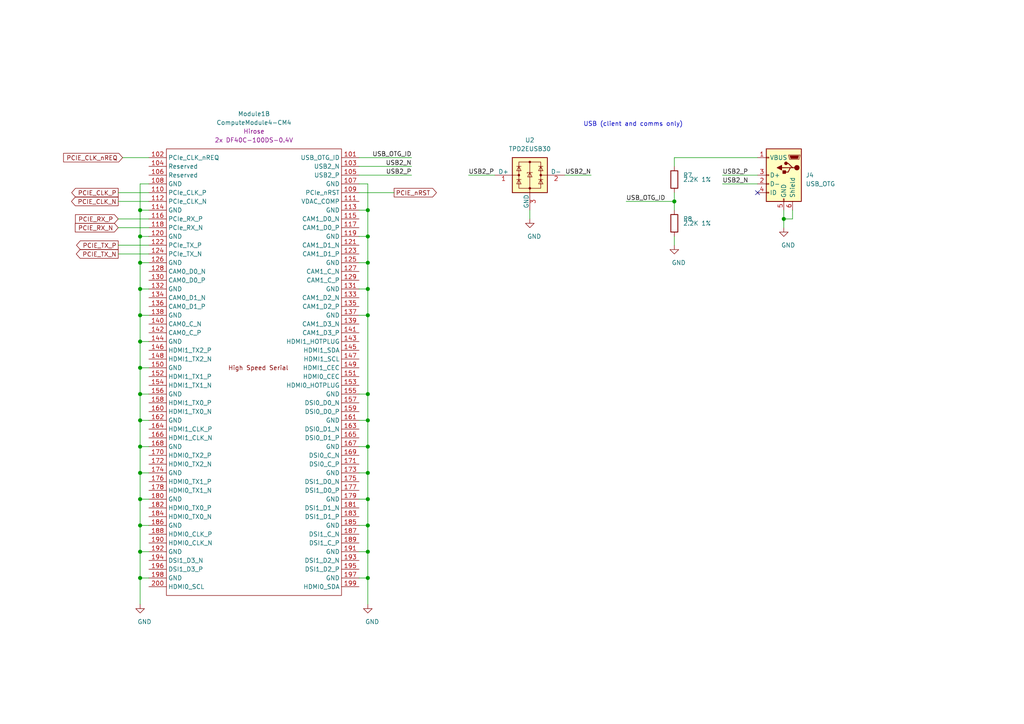
<source format=kicad_sch>
(kicad_sch
	(version 20231120)
	(generator "eeschema")
	(generator_version "8.0")
	(uuid "f78cd4d9-44b9-4ba4-a06a-0772673c0c81")
	(paper "A4")
	(title_block
		(title "Raspberry Pi Compute Module 4 USB3 and uSD")
		(date "2024-11-02")
		(rev "v01")
		(comment 2 "creativecommons.org/licenses/by-sa/4.0")
		(comment 3 "License: CC BY-SA 4.0")
		(comment 4 "Author: Michael Izquierdo")
	)
	(lib_symbols
		(symbol "CM4IO:ComputeModule4-CM4"
			(exclude_from_sim no)
			(in_bom yes)
			(on_board yes)
			(property "Reference" "Module"
				(at 113.03 -68.58 0)
				(effects
					(font
						(size 1.27 1.27)
					)
				)
			)
			(property "Value" "ComputeModule4-CM4"
				(at 140.97 2.54 0)
				(effects
					(font
						(size 1.27 1.27)
					)
				)
			)
			(property "Footprint" "CM4IO:Raspberry-Pi-4-Compute-Module"
				(at 142.24 -26.67 0)
				(effects
					(font
						(size 1.27 1.27)
					)
					(hide yes)
				)
			)
			(property "Datasheet" ""
				(at 142.24 -26.67 0)
				(effects
					(font
						(size 1.27 1.27)
					)
					(hide yes)
				)
			)
			(property "Description" ""
				(at 0 0 0)
				(effects
					(font
						(size 1.27 1.27)
					)
					(hide yes)
				)
			)
			(property "Manufacturer" "Hirose"
				(at 0 0 0)
				(effects
					(font
						(size 1.27 1.27)
					)
				)
			)
			(property "MPN" "2x DF40C-100DS-0.4V"
				(at 0 -2.54 0)
				(effects
					(font
						(size 1.27 1.27)
					)
				)
			)
			(property "Digi-Key_PN" "2x H11615CT-ND"
				(at 0 0 0)
				(effects
					(font
						(size 1.27 1.27)
					)
					(hide yes)
				)
			)
			(property "MPN (Alt)" "2x DF40HC(3.0)-100DS-0.4V"
				(at 0 0 0)
				(effects
					(font
						(size 1.27 1.27)
					)
				)
			)
			(property "Digi-Key_PN (Alt)" "2x H124602CT-ND"
				(at 0 0 0)
				(effects
					(font
						(size 1.27 1.27)
					)
					(hide yes)
				)
			)
			(symbol "ComputeModule4-CM4_1_0"
				(text "GPIO"
					(at 0 6.35 0)
					(effects
						(font
							(size 1.27 1.27)
						)
					)
				)
			)
			(symbol "ComputeModule4-CM4_1_1"
				(rectangle
					(start -30.48 -71.12)
					(end 25.4 58.42)
					(stroke
						(width 0)
						(type default)
					)
					(fill
						(type none)
					)
				)
				(text "600mA Max"
					(at -8.89 -53.34 0)
					(effects
						(font
							(size 1.27 1.27)
						)
					)
				)
				(text "600mA Max"
					(at -8.89 -48.26 0)
					(effects
						(font
							(size 1.27 1.27)
						)
					)
				)
				(text "NB SD signals are only available"
					(at -1.27 -27.94 0)
					(effects
						(font
							(size 1.27 1.27)
						)
					)
				)
				(text "on modules without eMMC"
					(at -1.27 -30.48 0)
					(effects
						(font
							(size 1.27 1.27)
						)
					)
				)
				(pin power_in line
					(at 27.94 55.88 180)
					(length 2.54)
					(name "GND"
						(effects
							(font
								(size 1.27 1.27)
							)
						)
					)
					(number "1"
						(effects
							(font
								(size 1.27 1.27)
							)
						)
					)
				)
				(pin passive line
					(at -33.02 45.72 0)
					(length 2.54)
					(name "Ethernet_Pair0_N"
						(effects
							(font
								(size 1.27 1.27)
							)
						)
					)
					(number "10"
						(effects
							(font
								(size 1.27 1.27)
							)
						)
					)
				)
				(pin output line
					(at -33.02 -68.58 0)
					(length 2.54)
					(name "nEXTRST"
						(effects
							(font
								(size 1.27 1.27)
							)
						)
					)
					(number "100"
						(effects
							(font
								(size 1.27 1.27)
							)
						)
					)
				)
				(pin passive line
					(at 27.94 43.18 180)
					(length 2.54)
					(name "Ethernet_Pair2_P"
						(effects
							(font
								(size 1.27 1.27)
							)
						)
					)
					(number "11"
						(effects
							(font
								(size 1.27 1.27)
							)
						)
					)
				)
				(pin passive line
					(at -33.02 43.18 0)
					(length 2.54)
					(name "Ethernet_Pair0_P"
						(effects
							(font
								(size 1.27 1.27)
							)
						)
					)
					(number "12"
						(effects
							(font
								(size 1.27 1.27)
							)
						)
					)
				)
				(pin power_in line
					(at 27.94 40.64 180)
					(length 2.54)
					(name "GND"
						(effects
							(font
								(size 1.27 1.27)
							)
						)
					)
					(number "13"
						(effects
							(font
								(size 1.27 1.27)
							)
						)
					)
				)
				(pin power_in line
					(at -33.02 40.64 0)
					(length 2.54)
					(name "GND"
						(effects
							(font
								(size 1.27 1.27)
							)
						)
					)
					(number "14"
						(effects
							(font
								(size 1.27 1.27)
							)
						)
					)
				)
				(pin output line
					(at 27.94 38.1 180)
					(length 2.54)
					(name "Ethernet_nLED3(3.3v)"
						(effects
							(font
								(size 1.27 1.27)
							)
						)
					)
					(number "15"
						(effects
							(font
								(size 1.27 1.27)
							)
						)
					)
				)
				(pin input line
					(at -33.02 38.1 0)
					(length 2.54)
					(name "Ethernet_SYNC_IN(1.8v)"
						(effects
							(font
								(size 1.27 1.27)
							)
						)
					)
					(number "16"
						(effects
							(font
								(size 1.27 1.27)
							)
						)
					)
				)
				(pin output line
					(at 27.94 35.56 180)
					(length 2.54)
					(name "Ethernet_nLED2(3.3v)"
						(effects
							(font
								(size 1.27 1.27)
							)
						)
					)
					(number "17"
						(effects
							(font
								(size 1.27 1.27)
							)
						)
					)
				)
				(pin input line
					(at -33.02 35.56 0)
					(length 2.54)
					(name "Ethernet_SYNC_OUT(1.8v)"
						(effects
							(font
								(size 1.27 1.27)
							)
						)
					)
					(number "18"
						(effects
							(font
								(size 1.27 1.27)
							)
						)
					)
				)
				(pin output line
					(at 27.94 33.02 180)
					(length 2.54)
					(name "Ethernet_nLED1(3.3v)"
						(effects
							(font
								(size 1.27 1.27)
							)
						)
					)
					(number "19"
						(effects
							(font
								(size 1.27 1.27)
							)
						)
					)
				)
				(pin power_in line
					(at -33.02 55.88 0)
					(length 2.54)
					(name "GND"
						(effects
							(font
								(size 1.27 1.27)
							)
						)
					)
					(number "2"
						(effects
							(font
								(size 1.27 1.27)
							)
						)
					)
				)
				(pin passive line
					(at -33.02 33.02 0)
					(length 2.54)
					(name "EEPROM_nWP"
						(effects
							(font
								(size 1.27 1.27)
							)
						)
					)
					(number "20"
						(effects
							(font
								(size 1.27 1.27)
							)
						)
					)
				)
				(pin open_collector line
					(at 27.94 30.48 180)
					(length 2.54)
					(name "PI_nLED_Activity"
						(effects
							(font
								(size 1.27 1.27)
							)
						)
					)
					(number "21"
						(effects
							(font
								(size 1.27 1.27)
							)
						)
					)
				)
				(pin power_in line
					(at -33.02 30.48 0)
					(length 2.54)
					(name "GND"
						(effects
							(font
								(size 1.27 1.27)
							)
						)
					)
					(number "22"
						(effects
							(font
								(size 1.27 1.27)
							)
						)
					)
				)
				(pin power_in line
					(at 27.94 27.94 180)
					(length 2.54)
					(name "GND"
						(effects
							(font
								(size 1.27 1.27)
							)
						)
					)
					(number "23"
						(effects
							(font
								(size 1.27 1.27)
							)
						)
					)
				)
				(pin passive line
					(at -33.02 27.94 0)
					(length 2.54)
					(name "GPIO26"
						(effects
							(font
								(size 1.27 1.27)
							)
						)
					)
					(number "24"
						(effects
							(font
								(size 1.27 1.27)
							)
						)
					)
				)
				(pin passive line
					(at 27.94 25.4 180)
					(length 2.54)
					(name "GPIO21"
						(effects
							(font
								(size 1.27 1.27)
							)
						)
					)
					(number "25"
						(effects
							(font
								(size 1.27 1.27)
							)
						)
					)
				)
				(pin passive line
					(at -33.02 25.4 0)
					(length 2.54)
					(name "GPIO19"
						(effects
							(font
								(size 1.27 1.27)
							)
						)
					)
					(number "26"
						(effects
							(font
								(size 1.27 1.27)
							)
						)
					)
				)
				(pin passive line
					(at 27.94 22.86 180)
					(length 2.54)
					(name "GPIO20"
						(effects
							(font
								(size 1.27 1.27)
							)
						)
					)
					(number "27"
						(effects
							(font
								(size 1.27 1.27)
							)
						)
					)
				)
				(pin passive line
					(at -33.02 22.86 0)
					(length 2.54)
					(name "GPIO13"
						(effects
							(font
								(size 1.27 1.27)
							)
						)
					)
					(number "28"
						(effects
							(font
								(size 1.27 1.27)
							)
						)
					)
				)
				(pin passive line
					(at 27.94 20.32 180)
					(length 2.54)
					(name "GPIO16"
						(effects
							(font
								(size 1.27 1.27)
							)
						)
					)
					(number "29"
						(effects
							(font
								(size 1.27 1.27)
							)
						)
					)
				)
				(pin passive line
					(at 27.94 53.34 180)
					(length 2.54)
					(name "Ethernet_Pair3_P"
						(effects
							(font
								(size 1.27 1.27)
							)
						)
					)
					(number "3"
						(effects
							(font
								(size 1.27 1.27)
							)
						)
					)
				)
				(pin passive line
					(at -33.02 20.32 0)
					(length 2.54)
					(name "GPIO6"
						(effects
							(font
								(size 1.27 1.27)
							)
						)
					)
					(number "30"
						(effects
							(font
								(size 1.27 1.27)
							)
						)
					)
				)
				(pin passive line
					(at 27.94 17.78 180)
					(length 2.54)
					(name "GPIO12"
						(effects
							(font
								(size 1.27 1.27)
							)
						)
					)
					(number "31"
						(effects
							(font
								(size 1.27 1.27)
							)
						)
					)
				)
				(pin power_in line
					(at -33.02 17.78 0)
					(length 2.54)
					(name "GND"
						(effects
							(font
								(size 1.27 1.27)
							)
						)
					)
					(number "32"
						(effects
							(font
								(size 1.27 1.27)
							)
						)
					)
				)
				(pin power_in line
					(at 27.94 15.24 180)
					(length 2.54)
					(name "GND"
						(effects
							(font
								(size 1.27 1.27)
							)
						)
					)
					(number "33"
						(effects
							(font
								(size 1.27 1.27)
							)
						)
					)
				)
				(pin passive line
					(at -33.02 15.24 0)
					(length 2.54)
					(name "GPIO5"
						(effects
							(font
								(size 1.27 1.27)
							)
						)
					)
					(number "34"
						(effects
							(font
								(size 1.27 1.27)
							)
						)
					)
				)
				(pin passive line
					(at 27.94 12.7 180)
					(length 2.54)
					(name "ID_SC"
						(effects
							(font
								(size 1.27 1.27)
							)
						)
					)
					(number "35"
						(effects
							(font
								(size 1.27 1.27)
							)
						)
					)
				)
				(pin passive line
					(at -33.02 12.7 0)
					(length 2.54)
					(name "ID_SD"
						(effects
							(font
								(size 1.27 1.27)
							)
						)
					)
					(number "36"
						(effects
							(font
								(size 1.27 1.27)
							)
						)
					)
				)
				(pin passive line
					(at 27.94 10.16 180)
					(length 2.54)
					(name "GPIO7"
						(effects
							(font
								(size 1.27 1.27)
							)
						)
					)
					(number "37"
						(effects
							(font
								(size 1.27 1.27)
							)
						)
					)
				)
				(pin passive line
					(at -33.02 10.16 0)
					(length 2.54)
					(name "GPIO11"
						(effects
							(font
								(size 1.27 1.27)
							)
						)
					)
					(number "38"
						(effects
							(font
								(size 1.27 1.27)
							)
						)
					)
				)
				(pin passive line
					(at 27.94 7.62 180)
					(length 2.54)
					(name "GPIO8"
						(effects
							(font
								(size 1.27 1.27)
							)
						)
					)
					(number "39"
						(effects
							(font
								(size 1.27 1.27)
							)
						)
					)
				)
				(pin passive line
					(at -33.02 53.34 0)
					(length 2.54)
					(name "Ethernet_Pair1_P"
						(effects
							(font
								(size 1.27 1.27)
							)
						)
					)
					(number "4"
						(effects
							(font
								(size 1.27 1.27)
							)
						)
					)
				)
				(pin passive line
					(at -33.02 7.62 0)
					(length 2.54)
					(name "GPIO9"
						(effects
							(font
								(size 1.27 1.27)
							)
						)
					)
					(number "40"
						(effects
							(font
								(size 1.27 1.27)
							)
						)
					)
				)
				(pin passive line
					(at 27.94 5.08 180)
					(length 2.54)
					(name "GPIO25"
						(effects
							(font
								(size 1.27 1.27)
							)
						)
					)
					(number "41"
						(effects
							(font
								(size 1.27 1.27)
							)
						)
					)
				)
				(pin power_in line
					(at -33.02 5.08 0)
					(length 2.54)
					(name "GND"
						(effects
							(font
								(size 1.27 1.27)
							)
						)
					)
					(number "42"
						(effects
							(font
								(size 1.27 1.27)
							)
						)
					)
				)
				(pin power_in line
					(at 27.94 2.54 180)
					(length 2.54)
					(name "GND"
						(effects
							(font
								(size 1.27 1.27)
							)
						)
					)
					(number "43"
						(effects
							(font
								(size 1.27 1.27)
							)
						)
					)
				)
				(pin passive line
					(at -33.02 2.54 0)
					(length 2.54)
					(name "GPIO10"
						(effects
							(font
								(size 1.27 1.27)
							)
						)
					)
					(number "44"
						(effects
							(font
								(size 1.27 1.27)
							)
						)
					)
				)
				(pin passive line
					(at 27.94 0 180)
					(length 2.54)
					(name "GPIO24"
						(effects
							(font
								(size 1.27 1.27)
							)
						)
					)
					(number "45"
						(effects
							(font
								(size 1.27 1.27)
							)
						)
					)
				)
				(pin passive line
					(at -33.02 0 0)
					(length 2.54)
					(name "GPIO22"
						(effects
							(font
								(size 1.27 1.27)
							)
						)
					)
					(number "46"
						(effects
							(font
								(size 1.27 1.27)
							)
						)
					)
				)
				(pin passive line
					(at 27.94 -2.54 180)
					(length 2.54)
					(name "GPIO23"
						(effects
							(font
								(size 1.27 1.27)
							)
						)
					)
					(number "47"
						(effects
							(font
								(size 1.27 1.27)
							)
						)
					)
				)
				(pin passive line
					(at -33.02 -2.54 0)
					(length 2.54)
					(name "GPIO27"
						(effects
							(font
								(size 1.27 1.27)
							)
						)
					)
					(number "48"
						(effects
							(font
								(size 1.27 1.27)
							)
						)
					)
				)
				(pin passive line
					(at 27.94 -5.08 180)
					(length 2.54)
					(name "GPIO18"
						(effects
							(font
								(size 1.27 1.27)
							)
						)
					)
					(number "49"
						(effects
							(font
								(size 1.27 1.27)
							)
						)
					)
				)
				(pin passive line
					(at 27.94 50.8 180)
					(length 2.54)
					(name "Ethernet_Pair3_N"
						(effects
							(font
								(size 1.27 1.27)
							)
						)
					)
					(number "5"
						(effects
							(font
								(size 1.27 1.27)
							)
						)
					)
				)
				(pin passive line
					(at -33.02 -5.08 0)
					(length 2.54)
					(name "GPIO17"
						(effects
							(font
								(size 1.27 1.27)
							)
						)
					)
					(number "50"
						(effects
							(font
								(size 1.27 1.27)
							)
						)
					)
				)
				(pin passive line
					(at 27.94 -7.62 180)
					(length 2.54)
					(name "GPIO15"
						(effects
							(font
								(size 1.27 1.27)
							)
						)
					)
					(number "51"
						(effects
							(font
								(size 1.27 1.27)
							)
						)
					)
				)
				(pin power_in line
					(at -33.02 -7.62 0)
					(length 2.54)
					(name "GND"
						(effects
							(font
								(size 1.27 1.27)
							)
						)
					)
					(number "52"
						(effects
							(font
								(size 1.27 1.27)
							)
						)
					)
				)
				(pin power_in line
					(at 27.94 -10.16 180)
					(length 2.54)
					(name "GND"
						(effects
							(font
								(size 1.27 1.27)
							)
						)
					)
					(number "53"
						(effects
							(font
								(size 1.27 1.27)
							)
						)
					)
				)
				(pin passive line
					(at -33.02 -10.16 0)
					(length 2.54)
					(name "GPIO4"
						(effects
							(font
								(size 1.27 1.27)
							)
						)
					)
					(number "54"
						(effects
							(font
								(size 1.27 1.27)
							)
						)
					)
				)
				(pin passive line
					(at 27.94 -12.7 180)
					(length 2.54)
					(name "GPIO14"
						(effects
							(font
								(size 1.27 1.27)
							)
						)
					)
					(number "55"
						(effects
							(font
								(size 1.27 1.27)
							)
						)
					)
				)
				(pin passive line
					(at -33.02 -12.7 0)
					(length 2.54)
					(name "GPIO3"
						(effects
							(font
								(size 1.27 1.27)
							)
						)
					)
					(number "56"
						(effects
							(font
								(size 1.27 1.27)
							)
						)
					)
				)
				(pin passive line
					(at 27.94 -15.24 180)
					(length 2.54)
					(name "SD_CLK"
						(effects
							(font
								(size 1.27 1.27)
							)
						)
					)
					(number "57"
						(effects
							(font
								(size 1.27 1.27)
							)
						)
					)
				)
				(pin passive line
					(at -33.02 -15.24 0)
					(length 2.54)
					(name "GPIO2"
						(effects
							(font
								(size 1.27 1.27)
							)
						)
					)
					(number "58"
						(effects
							(font
								(size 1.27 1.27)
							)
						)
					)
				)
				(pin power_in line
					(at 27.94 -17.78 180)
					(length 2.54)
					(name "GND"
						(effects
							(font
								(size 1.27 1.27)
							)
						)
					)
					(number "59"
						(effects
							(font
								(size 1.27 1.27)
							)
						)
					)
				)
				(pin passive line
					(at -33.02 50.8 0)
					(length 2.54)
					(name "Ethernet_Pair1_N"
						(effects
							(font
								(size 1.27 1.27)
							)
						)
					)
					(number "6"
						(effects
							(font
								(size 1.27 1.27)
							)
						)
					)
				)
				(pin power_in line
					(at -33.02 -17.78 0)
					(length 2.54)
					(name "GND"
						(effects
							(font
								(size 1.27 1.27)
							)
						)
					)
					(number "60"
						(effects
							(font
								(size 1.27 1.27)
							)
						)
					)
				)
				(pin passive line
					(at 27.94 -20.32 180)
					(length 2.54)
					(name "SD_DAT3"
						(effects
							(font
								(size 1.27 1.27)
							)
						)
					)
					(number "61"
						(effects
							(font
								(size 1.27 1.27)
							)
						)
					)
				)
				(pin passive line
					(at -33.02 -20.32 0)
					(length 2.54)
					(name "SD_CMD"
						(effects
							(font
								(size 1.27 1.27)
							)
						)
					)
					(number "62"
						(effects
							(font
								(size 1.27 1.27)
							)
						)
					)
				)
				(pin passive line
					(at 27.94 -22.86 180)
					(length 2.54)
					(name "SD_DAT0"
						(effects
							(font
								(size 1.27 1.27)
							)
						)
					)
					(number "63"
						(effects
							(font
								(size 1.27 1.27)
							)
						)
					)
				)
				(pin passive line
					(at -33.02 -22.86 0)
					(length 2.54)
					(name "SD_DAT5"
						(effects
							(font
								(size 1.27 1.27)
							)
						)
					)
					(number "64"
						(effects
							(font
								(size 1.27 1.27)
							)
						)
					)
				)
				(pin power_in line
					(at 27.94 -25.4 180)
					(length 2.54)
					(name "GND"
						(effects
							(font
								(size 1.27 1.27)
							)
						)
					)
					(number "65"
						(effects
							(font
								(size 1.27 1.27)
							)
						)
					)
				)
				(pin power_in line
					(at -33.02 -25.4 0)
					(length 2.54)
					(name "GND"
						(effects
							(font
								(size 1.27 1.27)
							)
						)
					)
					(number "66"
						(effects
							(font
								(size 1.27 1.27)
							)
						)
					)
				)
				(pin passive line
					(at 27.94 -27.94 180)
					(length 2.54)
					(name "SD_DAT1"
						(effects
							(font
								(size 1.27 1.27)
							)
						)
					)
					(number "67"
						(effects
							(font
								(size 1.27 1.27)
							)
						)
					)
				)
				(pin passive line
					(at -33.02 -27.94 0)
					(length 2.54)
					(name "SD_DAT4"
						(effects
							(font
								(size 1.27 1.27)
							)
						)
					)
					(number "68"
						(effects
							(font
								(size 1.27 1.27)
							)
						)
					)
				)
				(pin passive line
					(at 27.94 -30.48 180)
					(length 2.54)
					(name "SD_DAT2"
						(effects
							(font
								(size 1.27 1.27)
							)
						)
					)
					(number "69"
						(effects
							(font
								(size 1.27 1.27)
							)
						)
					)
				)
				(pin power_in line
					(at 27.94 48.26 180)
					(length 2.54)
					(name "GND"
						(effects
							(font
								(size 1.27 1.27)
							)
						)
					)
					(number "7"
						(effects
							(font
								(size 1.27 1.27)
							)
						)
					)
				)
				(pin passive line
					(at -33.02 -30.48 0)
					(length 2.54)
					(name "SD_DAT7"
						(effects
							(font
								(size 1.27 1.27)
							)
						)
					)
					(number "70"
						(effects
							(font
								(size 1.27 1.27)
							)
						)
					)
				)
				(pin power_in line
					(at 27.94 -33.02 180)
					(length 2.54)
					(name "GND"
						(effects
							(font
								(size 1.27 1.27)
							)
						)
					)
					(number "71"
						(effects
							(font
								(size 1.27 1.27)
							)
						)
					)
				)
				(pin passive line
					(at -33.02 -33.02 0)
					(length 2.54)
					(name "SD_DAT6"
						(effects
							(font
								(size 1.27 1.27)
							)
						)
					)
					(number "72"
						(effects
							(font
								(size 1.27 1.27)
							)
						)
					)
				)
				(pin input line
					(at 27.94 -35.56 180)
					(length 2.54)
					(name "SD_VDD_Override"
						(effects
							(font
								(size 1.27 1.27)
							)
						)
					)
					(number "73"
						(effects
							(font
								(size 1.27 1.27)
							)
						)
					)
				)
				(pin power_in line
					(at -33.02 -35.56 0)
					(length 2.54)
					(name "GND"
						(effects
							(font
								(size 1.27 1.27)
							)
						)
					)
					(number "74"
						(effects
							(font
								(size 1.27 1.27)
							)
						)
					)
				)
				(pin output line
					(at 27.94 -38.1 180)
					(length 2.54)
					(name "SD_PWR_ON"
						(effects
							(font
								(size 1.27 1.27)
							)
						)
					)
					(number "75"
						(effects
							(font
								(size 1.27 1.27)
							)
						)
					)
				)
				(pin passive line
					(at -33.02 -38.1 0)
					(length 2.54)
					(name "Reserved"
						(effects
							(font
								(size 1.27 1.27)
							)
						)
					)
					(number "76"
						(effects
							(font
								(size 1.27 1.27)
							)
						)
					)
				)
				(pin power_in line
					(at 27.94 -40.64 180)
					(length 2.54)
					(name "+5v_(Input)"
						(effects
							(font
								(size 1.27 1.27)
							)
						)
					)
					(number "77"
						(effects
							(font
								(size 1.27 1.27)
							)
						)
					)
				)
				(pin power_in line
					(at -33.02 -40.64 0)
					(length 2.54)
					(name "GPIO_VREF(1.8v/3.3v_Input)"
						(effects
							(font
								(size 1.27 1.27)
							)
						)
					)
					(number "78"
						(effects
							(font
								(size 1.27 1.27)
							)
						)
					)
				)
				(pin power_in line
					(at 27.94 -43.18 180)
					(length 2.54)
					(name "+5v_(Input)"
						(effects
							(font
								(size 1.27 1.27)
							)
						)
					)
					(number "79"
						(effects
							(font
								(size 1.27 1.27)
							)
						)
					)
				)
				(pin power_in line
					(at -33.02 48.26 0)
					(length 2.54)
					(name "GND"
						(effects
							(font
								(size 1.27 1.27)
							)
						)
					)
					(number "8"
						(effects
							(font
								(size 1.27 1.27)
							)
						)
					)
				)
				(pin passive line
					(at -33.02 -43.18 0)
					(length 2.54)
					(name "SCL0"
						(effects
							(font
								(size 1.27 1.27)
							)
						)
					)
					(number "80"
						(effects
							(font
								(size 1.27 1.27)
							)
						)
					)
				)
				(pin power_in line
					(at 27.94 -45.72 180)
					(length 2.54)
					(name "+5v_(Input)"
						(effects
							(font
								(size 1.27 1.27)
							)
						)
					)
					(number "81"
						(effects
							(font
								(size 1.27 1.27)
							)
						)
					)
				)
				(pin passive line
					(at -33.02 -45.72 0)
					(length 2.54)
					(name "SDA0"
						(effects
							(font
								(size 1.27 1.27)
							)
						)
					)
					(number "82"
						(effects
							(font
								(size 1.27 1.27)
							)
						)
					)
				)
				(pin power_in line
					(at 27.94 -48.26 180)
					(length 2.54)
					(name "+5v_(Input)"
						(effects
							(font
								(size 1.27 1.27)
							)
						)
					)
					(number "83"
						(effects
							(font
								(size 1.27 1.27)
							)
						)
					)
				)
				(pin power_out line
					(at -33.02 -48.26 0)
					(length 2.54)
					(name "+3.3v_(Output)"
						(effects
							(font
								(size 1.27 1.27)
							)
						)
					)
					(number "84"
						(effects
							(font
								(size 1.27 1.27)
							)
						)
					)
				)
				(pin power_in line
					(at 27.94 -50.8 180)
					(length 2.54)
					(name "+5v_(Input)"
						(effects
							(font
								(size 1.27 1.27)
							)
						)
					)
					(number "85"
						(effects
							(font
								(size 1.27 1.27)
							)
						)
					)
				)
				(pin power_out line
					(at -33.02 -50.8 0)
					(length 2.54)
					(name "+3.3v_(Output)"
						(effects
							(font
								(size 1.27 1.27)
							)
						)
					)
					(number "86"
						(effects
							(font
								(size 1.27 1.27)
							)
						)
					)
				)
				(pin power_in line
					(at 27.94 -53.34 180)
					(length 2.54)
					(name "+5v_(Input)"
						(effects
							(font
								(size 1.27 1.27)
							)
						)
					)
					(number "87"
						(effects
							(font
								(size 1.27 1.27)
							)
						)
					)
				)
				(pin power_out line
					(at -33.02 -53.34 0)
					(length 2.54)
					(name "+1.8v_(Output)"
						(effects
							(font
								(size 1.27 1.27)
							)
						)
					)
					(number "88"
						(effects
							(font
								(size 1.27 1.27)
							)
						)
					)
				)
				(pin power_in line
					(at 27.94 -55.88 180)
					(length 2.54)
					(name "WiFi_nDisable"
						(effects
							(font
								(size 1.27 1.27)
							)
						)
					)
					(number "89"
						(effects
							(font
								(size 1.27 1.27)
							)
						)
					)
				)
				(pin passive line
					(at 27.94 45.72 180)
					(length 2.54)
					(name "Ethernet_Pair2_N"
						(effects
							(font
								(size 1.27 1.27)
							)
						)
					)
					(number "9"
						(effects
							(font
								(size 1.27 1.27)
							)
						)
					)
				)
				(pin power_out line
					(at -33.02 -55.88 0)
					(length 2.54)
					(name "+1.8v_(Output)"
						(effects
							(font
								(size 1.27 1.27)
							)
						)
					)
					(number "90"
						(effects
							(font
								(size 1.27 1.27)
							)
						)
					)
				)
				(pin power_in line
					(at 27.94 -58.42 180)
					(length 2.54)
					(name "BT_nDisable"
						(effects
							(font
								(size 1.27 1.27)
							)
						)
					)
					(number "91"
						(effects
							(font
								(size 1.27 1.27)
							)
						)
					)
				)
				(pin passive line
					(at -33.02 -58.42 0)
					(length 2.54)
					(name "RUN_PG"
						(effects
							(font
								(size 1.27 1.27)
							)
						)
					)
					(number "92"
						(effects
							(font
								(size 1.27 1.27)
							)
						)
					)
				)
				(pin input line
					(at 27.94 -60.96 180)
					(length 2.54)
					(name "nRPIBOOT"
						(effects
							(font
								(size 1.27 1.27)
							)
						)
					)
					(number "93"
						(effects
							(font
								(size 1.27 1.27)
							)
						)
					)
				)
				(pin passive line
					(at -33.02 -60.96 0)
					(length 2.54)
					(name "AnalogIP0"
						(effects
							(font
								(size 1.27 1.27)
							)
						)
					)
					(number "94"
						(effects
							(font
								(size 1.27 1.27)
							)
						)
					)
				)
				(pin output line
					(at 27.94 -63.5 180)
					(length 2.54)
					(name "nPI_LED_PWR"
						(effects
							(font
								(size 1.27 1.27)
							)
						)
					)
					(number "95"
						(effects
							(font
								(size 1.27 1.27)
							)
						)
					)
				)
				(pin passive line
					(at -33.02 -63.5 0)
					(length 2.54)
					(name "AnalogIP1"
						(effects
							(font
								(size 1.27 1.27)
							)
						)
					)
					(number "96"
						(effects
							(font
								(size 1.27 1.27)
							)
						)
					)
				)
				(pin passive line
					(at 27.94 -66.04 180)
					(length 2.54)
					(name "Camera_GPIO"
						(effects
							(font
								(size 1.27 1.27)
							)
						)
					)
					(number "97"
						(effects
							(font
								(size 1.27 1.27)
							)
						)
					)
				)
				(pin power_in line
					(at -33.02 -66.04 0)
					(length 2.54)
					(name "GND"
						(effects
							(font
								(size 1.27 1.27)
							)
						)
					)
					(number "98"
						(effects
							(font
								(size 1.27 1.27)
							)
						)
					)
				)
				(pin input line
					(at 27.94 -68.58 180)
					(length 2.54)
					(name "Global_EN"
						(effects
							(font
								(size 1.27 1.27)
							)
						)
					)
					(number "99"
						(effects
							(font
								(size 1.27 1.27)
							)
						)
					)
				)
			)
			(symbol "ComputeModule4-CM4_2_1"
				(rectangle
					(start 114.3 -66.04)
					(end 165.1 63.5)
					(stroke
						(width 0)
						(type default)
					)
					(fill
						(type none)
					)
				)
				(text "High Speed Serial"
					(at 140.97 0 0)
					(effects
						(font
							(size 1.27 1.27)
						)
					)
				)
				(pin input line
					(at 170.18 60.96 180)
					(length 5.08)
					(name "USB_OTG_ID"
						(effects
							(font
								(size 1.27 1.27)
							)
						)
					)
					(number "101"
						(effects
							(font
								(size 1.27 1.27)
							)
						)
					)
				)
				(pin input line
					(at 109.22 60.96 0)
					(length 5.08)
					(name "PCIe_CLK_nREQ"
						(effects
							(font
								(size 1.27 1.27)
							)
						)
					)
					(number "102"
						(effects
							(font
								(size 1.27 1.27)
							)
						)
					)
				)
				(pin passive line
					(at 170.18 58.42 180)
					(length 5.08)
					(name "USB2_N"
						(effects
							(font
								(size 1.27 1.27)
							)
						)
					)
					(number "103"
						(effects
							(font
								(size 1.27 1.27)
							)
						)
					)
				)
				(pin passive line
					(at 109.22 58.42 0)
					(length 5.08)
					(name "Reserved"
						(effects
							(font
								(size 1.27 1.27)
							)
						)
					)
					(number "104"
						(effects
							(font
								(size 1.27 1.27)
							)
						)
					)
				)
				(pin passive line
					(at 170.18 55.88 180)
					(length 5.08)
					(name "USB2_P"
						(effects
							(font
								(size 1.27 1.27)
							)
						)
					)
					(number "105"
						(effects
							(font
								(size 1.27 1.27)
							)
						)
					)
				)
				(pin passive line
					(at 109.22 55.88 0)
					(length 5.08)
					(name "Reserved"
						(effects
							(font
								(size 1.27 1.27)
							)
						)
					)
					(number "106"
						(effects
							(font
								(size 1.27 1.27)
							)
						)
					)
				)
				(pin power_in line
					(at 170.18 53.34 180)
					(length 5.08)
					(name "GND"
						(effects
							(font
								(size 1.27 1.27)
							)
						)
					)
					(number "107"
						(effects
							(font
								(size 1.27 1.27)
							)
						)
					)
				)
				(pin power_in line
					(at 109.22 53.34 0)
					(length 5.08)
					(name "GND"
						(effects
							(font
								(size 1.27 1.27)
							)
						)
					)
					(number "108"
						(effects
							(font
								(size 1.27 1.27)
							)
						)
					)
				)
				(pin bidirectional line
					(at 170.18 50.8 180)
					(length 5.08)
					(name "PCIe_nRST"
						(effects
							(font
								(size 1.27 1.27)
							)
						)
					)
					(number "109"
						(effects
							(font
								(size 1.27 1.27)
							)
						)
					)
				)
				(pin output line
					(at 109.22 50.8 0)
					(length 5.08)
					(name "PCIe_CLK_P"
						(effects
							(font
								(size 1.27 1.27)
							)
						)
					)
					(number "110"
						(effects
							(font
								(size 1.27 1.27)
							)
						)
					)
				)
				(pin passive line
					(at 170.18 48.26 180)
					(length 5.08)
					(name "VDAC_COMP"
						(effects
							(font
								(size 1.27 1.27)
							)
						)
					)
					(number "111"
						(effects
							(font
								(size 1.27 1.27)
							)
						)
					)
				)
				(pin output line
					(at 109.22 48.26 0)
					(length 5.08)
					(name "PCIe_CLK_N"
						(effects
							(font
								(size 1.27 1.27)
							)
						)
					)
					(number "112"
						(effects
							(font
								(size 1.27 1.27)
							)
						)
					)
				)
				(pin power_in line
					(at 170.18 45.72 180)
					(length 5.08)
					(name "GND"
						(effects
							(font
								(size 1.27 1.27)
							)
						)
					)
					(number "113"
						(effects
							(font
								(size 1.27 1.27)
							)
						)
					)
				)
				(pin power_in line
					(at 109.22 45.72 0)
					(length 5.08)
					(name "GND"
						(effects
							(font
								(size 1.27 1.27)
							)
						)
					)
					(number "114"
						(effects
							(font
								(size 1.27 1.27)
							)
						)
					)
				)
				(pin input line
					(at 170.18 43.18 180)
					(length 5.08)
					(name "CAM1_D0_N"
						(effects
							(font
								(size 1.27 1.27)
							)
						)
					)
					(number "115"
						(effects
							(font
								(size 1.27 1.27)
							)
						)
					)
				)
				(pin input line
					(at 109.22 43.18 0)
					(length 5.08)
					(name "PCIe_RX_P"
						(effects
							(font
								(size 1.27 1.27)
							)
						)
					)
					(number "116"
						(effects
							(font
								(size 1.27 1.27)
							)
						)
					)
				)
				(pin input line
					(at 170.18 40.64 180)
					(length 5.08)
					(name "CAM1_D0_P"
						(effects
							(font
								(size 1.27 1.27)
							)
						)
					)
					(number "117"
						(effects
							(font
								(size 1.27 1.27)
							)
						)
					)
				)
				(pin input line
					(at 109.22 40.64 0)
					(length 5.08)
					(name "PCIe_RX_N"
						(effects
							(font
								(size 1.27 1.27)
							)
						)
					)
					(number "118"
						(effects
							(font
								(size 1.27 1.27)
							)
						)
					)
				)
				(pin power_in line
					(at 170.18 38.1 180)
					(length 5.08)
					(name "GND"
						(effects
							(font
								(size 1.27 1.27)
							)
						)
					)
					(number "119"
						(effects
							(font
								(size 1.27 1.27)
							)
						)
					)
				)
				(pin power_in line
					(at 109.22 38.1 0)
					(length 5.08)
					(name "GND"
						(effects
							(font
								(size 1.27 1.27)
							)
						)
					)
					(number "120"
						(effects
							(font
								(size 1.27 1.27)
							)
						)
					)
				)
				(pin input line
					(at 170.18 35.56 180)
					(length 5.08)
					(name "CAM1_D1_N"
						(effects
							(font
								(size 1.27 1.27)
							)
						)
					)
					(number "121"
						(effects
							(font
								(size 1.27 1.27)
							)
						)
					)
				)
				(pin output line
					(at 109.22 35.56 0)
					(length 5.08)
					(name "PCIe_TX_P"
						(effects
							(font
								(size 1.27 1.27)
							)
						)
					)
					(number "122"
						(effects
							(font
								(size 1.27 1.27)
							)
						)
					)
				)
				(pin input line
					(at 170.18 33.02 180)
					(length 5.08)
					(name "CAM1_D1_P"
						(effects
							(font
								(size 1.27 1.27)
							)
						)
					)
					(number "123"
						(effects
							(font
								(size 1.27 1.27)
							)
						)
					)
				)
				(pin output line
					(at 109.22 33.02 0)
					(length 5.08)
					(name "PCIe_TX_N"
						(effects
							(font
								(size 1.27 1.27)
							)
						)
					)
					(number "124"
						(effects
							(font
								(size 1.27 1.27)
							)
						)
					)
				)
				(pin power_in line
					(at 170.18 30.48 180)
					(length 5.08)
					(name "GND"
						(effects
							(font
								(size 1.27 1.27)
							)
						)
					)
					(number "125"
						(effects
							(font
								(size 1.27 1.27)
							)
						)
					)
				)
				(pin power_in line
					(at 109.22 30.48 0)
					(length 5.08)
					(name "GND"
						(effects
							(font
								(size 1.27 1.27)
							)
						)
					)
					(number "126"
						(effects
							(font
								(size 1.27 1.27)
							)
						)
					)
				)
				(pin input line
					(at 170.18 27.94 180)
					(length 5.08)
					(name "CAM1_C_N"
						(effects
							(font
								(size 1.27 1.27)
							)
						)
					)
					(number "127"
						(effects
							(font
								(size 1.27 1.27)
							)
						)
					)
				)
				(pin input line
					(at 109.22 27.94 0)
					(length 5.08)
					(name "CAM0_D0_N"
						(effects
							(font
								(size 1.27 1.27)
							)
						)
					)
					(number "128"
						(effects
							(font
								(size 1.27 1.27)
							)
						)
					)
				)
				(pin input line
					(at 170.18 25.4 180)
					(length 5.08)
					(name "CAM1_C_P"
						(effects
							(font
								(size 1.27 1.27)
							)
						)
					)
					(number "129"
						(effects
							(font
								(size 1.27 1.27)
							)
						)
					)
				)
				(pin input line
					(at 109.22 25.4 0)
					(length 5.08)
					(name "CAM0_D0_P"
						(effects
							(font
								(size 1.27 1.27)
							)
						)
					)
					(number "130"
						(effects
							(font
								(size 1.27 1.27)
							)
						)
					)
				)
				(pin power_in line
					(at 170.18 22.86 180)
					(length 5.08)
					(name "GND"
						(effects
							(font
								(size 1.27 1.27)
							)
						)
					)
					(number "131"
						(effects
							(font
								(size 1.27 1.27)
							)
						)
					)
				)
				(pin power_in line
					(at 109.22 22.86 0)
					(length 5.08)
					(name "GND"
						(effects
							(font
								(size 1.27 1.27)
							)
						)
					)
					(number "132"
						(effects
							(font
								(size 1.27 1.27)
							)
						)
					)
				)
				(pin input line
					(at 170.18 20.32 180)
					(length 5.08)
					(name "CAM1_D2_N"
						(effects
							(font
								(size 1.27 1.27)
							)
						)
					)
					(number "133"
						(effects
							(font
								(size 1.27 1.27)
							)
						)
					)
				)
				(pin input line
					(at 109.22 20.32 0)
					(length 5.08)
					(name "CAM0_D1_N"
						(effects
							(font
								(size 1.27 1.27)
							)
						)
					)
					(number "134"
						(effects
							(font
								(size 1.27 1.27)
							)
						)
					)
				)
				(pin input line
					(at 170.18 17.78 180)
					(length 5.08)
					(name "CAM1_D2_P"
						(effects
							(font
								(size 1.27 1.27)
							)
						)
					)
					(number "135"
						(effects
							(font
								(size 1.27 1.27)
							)
						)
					)
				)
				(pin input line
					(at 109.22 17.78 0)
					(length 5.08)
					(name "CAM0_D1_P"
						(effects
							(font
								(size 1.27 1.27)
							)
						)
					)
					(number "136"
						(effects
							(font
								(size 1.27 1.27)
							)
						)
					)
				)
				(pin power_in line
					(at 170.18 15.24 180)
					(length 5.08)
					(name "GND"
						(effects
							(font
								(size 1.27 1.27)
							)
						)
					)
					(number "137"
						(effects
							(font
								(size 1.27 1.27)
							)
						)
					)
				)
				(pin power_in line
					(at 109.22 15.24 0)
					(length 5.08)
					(name "GND"
						(effects
							(font
								(size 1.27 1.27)
							)
						)
					)
					(number "138"
						(effects
							(font
								(size 1.27 1.27)
							)
						)
					)
				)
				(pin input line
					(at 170.18 12.7 180)
					(length 5.08)
					(name "CAM1_D3_N"
						(effects
							(font
								(size 1.27 1.27)
							)
						)
					)
					(number "139"
						(effects
							(font
								(size 1.27 1.27)
							)
						)
					)
				)
				(pin input line
					(at 109.22 12.7 0)
					(length 5.08)
					(name "CAM0_C_N"
						(effects
							(font
								(size 1.27 1.27)
							)
						)
					)
					(number "140"
						(effects
							(font
								(size 1.27 1.27)
							)
						)
					)
				)
				(pin input line
					(at 170.18 10.16 180)
					(length 5.08)
					(name "CAM1_D3_P"
						(effects
							(font
								(size 1.27 1.27)
							)
						)
					)
					(number "141"
						(effects
							(font
								(size 1.27 1.27)
							)
						)
					)
				)
				(pin input line
					(at 109.22 10.16 0)
					(length 5.08)
					(name "CAM0_C_P"
						(effects
							(font
								(size 1.27 1.27)
							)
						)
					)
					(number "142"
						(effects
							(font
								(size 1.27 1.27)
							)
						)
					)
				)
				(pin input line
					(at 170.18 7.62 180)
					(length 5.08)
					(name "HDMI1_HOTPLUG"
						(effects
							(font
								(size 1.27 1.27)
							)
						)
					)
					(number "143"
						(effects
							(font
								(size 1.27 1.27)
							)
						)
					)
				)
				(pin power_in line
					(at 109.22 7.62 0)
					(length 5.08)
					(name "GND"
						(effects
							(font
								(size 1.27 1.27)
							)
						)
					)
					(number "144"
						(effects
							(font
								(size 1.27 1.27)
							)
						)
					)
				)
				(pin bidirectional line
					(at 170.18 5.08 180)
					(length 5.08)
					(name "HDMI1_SDA"
						(effects
							(font
								(size 1.27 1.27)
							)
						)
					)
					(number "145"
						(effects
							(font
								(size 1.27 1.27)
							)
						)
					)
				)
				(pin output line
					(at 109.22 5.08 0)
					(length 5.08)
					(name "HDMI1_TX2_P"
						(effects
							(font
								(size 1.27 1.27)
							)
						)
					)
					(number "146"
						(effects
							(font
								(size 1.27 1.27)
							)
						)
					)
				)
				(pin open_collector line
					(at 170.18 2.54 180)
					(length 5.08)
					(name "HDMI1_SCL"
						(effects
							(font
								(size 1.27 1.27)
							)
						)
					)
					(number "147"
						(effects
							(font
								(size 1.27 1.27)
							)
						)
					)
				)
				(pin output line
					(at 109.22 2.54 0)
					(length 5.08)
					(name "HDMI1_TX2_N"
						(effects
							(font
								(size 1.27 1.27)
							)
						)
					)
					(number "148"
						(effects
							(font
								(size 1.27 1.27)
							)
						)
					)
				)
				(pin open_collector line
					(at 170.18 0 180)
					(length 5.08)
					(name "HDMI1_CEC"
						(effects
							(font
								(size 1.27 1.27)
							)
						)
					)
					(number "149"
						(effects
							(font
								(size 1.27 1.27)
							)
						)
					)
				)
				(pin power_in line
					(at 109.22 0 0)
					(length 5.08)
					(name "GND"
						(effects
							(font
								(size 1.27 1.27)
							)
						)
					)
					(number "150"
						(effects
							(font
								(size 1.27 1.27)
							)
						)
					)
				)
				(pin open_collector line
					(at 170.18 -2.54 180)
					(length 5.08)
					(name "HDMI0_CEC"
						(effects
							(font
								(size 1.27 1.27)
							)
						)
					)
					(number "151"
						(effects
							(font
								(size 1.27 1.27)
							)
						)
					)
				)
				(pin output line
					(at 109.22 -2.54 0)
					(length 5.08)
					(name "HDMI1_TX1_P"
						(effects
							(font
								(size 1.27 1.27)
							)
						)
					)
					(number "152"
						(effects
							(font
								(size 1.27 1.27)
							)
						)
					)
				)
				(pin input line
					(at 170.18 -5.08 180)
					(length 5.08)
					(name "HDMI0_HOTPLUG"
						(effects
							(font
								(size 1.27 1.27)
							)
						)
					)
					(number "153"
						(effects
							(font
								(size 1.27 1.27)
							)
						)
					)
				)
				(pin output line
					(at 109.22 -5.08 0)
					(length 5.08)
					(name "HDMI1_TX1_N"
						(effects
							(font
								(size 1.27 1.27)
							)
						)
					)
					(number "154"
						(effects
							(font
								(size 1.27 1.27)
							)
						)
					)
				)
				(pin power_in line
					(at 170.18 -7.62 180)
					(length 5.08)
					(name "GND"
						(effects
							(font
								(size 1.27 1.27)
							)
						)
					)
					(number "155"
						(effects
							(font
								(size 1.27 1.27)
							)
						)
					)
				)
				(pin power_in line
					(at 109.22 -7.62 0)
					(length 5.08)
					(name "GND"
						(effects
							(font
								(size 1.27 1.27)
							)
						)
					)
					(number "156"
						(effects
							(font
								(size 1.27 1.27)
							)
						)
					)
				)
				(pin output line
					(at 170.18 -10.16 180)
					(length 5.08)
					(name "DSI0_D0_N"
						(effects
							(font
								(size 1.27 1.27)
							)
						)
					)
					(number "157"
						(effects
							(font
								(size 1.27 1.27)
							)
						)
					)
				)
				(pin output line
					(at 109.22 -10.16 0)
					(length 5.08)
					(name "HDMI1_TX0_P"
						(effects
							(font
								(size 1.27 1.27)
							)
						)
					)
					(number "158"
						(effects
							(font
								(size 1.27 1.27)
							)
						)
					)
				)
				(pin output line
					(at 170.18 -12.7 180)
					(length 5.08)
					(name "DSI0_D0_P"
						(effects
							(font
								(size 1.27 1.27)
							)
						)
					)
					(number "159"
						(effects
							(font
								(size 1.27 1.27)
							)
						)
					)
				)
				(pin output line
					(at 109.22 -12.7 0)
					(length 5.08)
					(name "HDMI1_TX0_N"
						(effects
							(font
								(size 1.27 1.27)
							)
						)
					)
					(number "160"
						(effects
							(font
								(size 1.27 1.27)
							)
						)
					)
				)
				(pin power_in line
					(at 170.18 -15.24 180)
					(length 5.08)
					(name "GND"
						(effects
							(font
								(size 1.27 1.27)
							)
						)
					)
					(number "161"
						(effects
							(font
								(size 1.27 1.27)
							)
						)
					)
				)
				(pin power_in line
					(at 109.22 -15.24 0)
					(length 5.08)
					(name "GND"
						(effects
							(font
								(size 1.27 1.27)
							)
						)
					)
					(number "162"
						(effects
							(font
								(size 1.27 1.27)
							)
						)
					)
				)
				(pin output line
					(at 170.18 -17.78 180)
					(length 5.08)
					(name "DSI0_D1_N"
						(effects
							(font
								(size 1.27 1.27)
							)
						)
					)
					(number "163"
						(effects
							(font
								(size 1.27 1.27)
							)
						)
					)
				)
				(pin output line
					(at 109.22 -17.78 0)
					(length 5.08)
					(name "HDMI1_CLK_P"
						(effects
							(font
								(size 1.27 1.27)
							)
						)
					)
					(number "164"
						(effects
							(font
								(size 1.27 1.27)
							)
						)
					)
				)
				(pin output line
					(at 170.18 -20.32 180)
					(length 5.08)
					(name "DSI0_D1_P"
						(effects
							(font
								(size 1.27 1.27)
							)
						)
					)
					(number "165"
						(effects
							(font
								(size 1.27 1.27)
							)
						)
					)
				)
				(pin output line
					(at 109.22 -20.32 0)
					(length 5.08)
					(name "HDMI1_CLK_N"
						(effects
							(font
								(size 1.27 1.27)
							)
						)
					)
					(number "166"
						(effects
							(font
								(size 1.27 1.27)
							)
						)
					)
				)
				(pin power_in line
					(at 170.18 -22.86 180)
					(length 5.08)
					(name "GND"
						(effects
							(font
								(size 1.27 1.27)
							)
						)
					)
					(number "167"
						(effects
							(font
								(size 1.27 1.27)
							)
						)
					)
				)
				(pin power_in line
					(at 109.22 -22.86 0)
					(length 5.08)
					(name "GND"
						(effects
							(font
								(size 1.27 1.27)
							)
						)
					)
					(number "168"
						(effects
							(font
								(size 1.27 1.27)
							)
						)
					)
				)
				(pin output line
					(at 170.18 -25.4 180)
					(length 5.08)
					(name "DSI0_C_N"
						(effects
							(font
								(size 1.27 1.27)
							)
						)
					)
					(number "169"
						(effects
							(font
								(size 1.27 1.27)
							)
						)
					)
				)
				(pin output line
					(at 109.22 -25.4 0)
					(length 5.08)
					(name "HDMI0_TX2_P"
						(effects
							(font
								(size 1.27 1.27)
							)
						)
					)
					(number "170"
						(effects
							(font
								(size 1.27 1.27)
							)
						)
					)
				)
				(pin output line
					(at 170.18 -27.94 180)
					(length 5.08)
					(name "DSI0_C_P"
						(effects
							(font
								(size 1.27 1.27)
							)
						)
					)
					(number "171"
						(effects
							(font
								(size 1.27 1.27)
							)
						)
					)
				)
				(pin output line
					(at 109.22 -27.94 0)
					(length 5.08)
					(name "HDMI0_TX2_N"
						(effects
							(font
								(size 1.27 1.27)
							)
						)
					)
					(number "172"
						(effects
							(font
								(size 1.27 1.27)
							)
						)
					)
				)
				(pin power_in line
					(at 170.18 -30.48 180)
					(length 5.08)
					(name "GND"
						(effects
							(font
								(size 1.27 1.27)
							)
						)
					)
					(number "173"
						(effects
							(font
								(size 1.27 1.27)
							)
						)
					)
				)
				(pin power_in line
					(at 109.22 -30.48 0)
					(length 5.08)
					(name "GND"
						(effects
							(font
								(size 1.27 1.27)
							)
						)
					)
					(number "174"
						(effects
							(font
								(size 1.27 1.27)
							)
						)
					)
				)
				(pin output line
					(at 170.18 -33.02 180)
					(length 5.08)
					(name "DSI1_D0_N"
						(effects
							(font
								(size 1.27 1.27)
							)
						)
					)
					(number "175"
						(effects
							(font
								(size 1.27 1.27)
							)
						)
					)
				)
				(pin output line
					(at 109.22 -33.02 0)
					(length 5.08)
					(name "HDMI0_TX1_P"
						(effects
							(font
								(size 1.27 1.27)
							)
						)
					)
					(number "176"
						(effects
							(font
								(size 1.27 1.27)
							)
						)
					)
				)
				(pin output line
					(at 170.18 -35.56 180)
					(length 5.08)
					(name "DSI1_D0_P"
						(effects
							(font
								(size 1.27 1.27)
							)
						)
					)
					(number "177"
						(effects
							(font
								(size 1.27 1.27)
							)
						)
					)
				)
				(pin output line
					(at 109.22 -35.56 0)
					(length 5.08)
					(name "HDMI0_TX1_N"
						(effects
							(font
								(size 1.27 1.27)
							)
						)
					)
					(number "178"
						(effects
							(font
								(size 1.27 1.27)
							)
						)
					)
				)
				(pin power_in line
					(at 170.18 -38.1 180)
					(length 5.08)
					(name "GND"
						(effects
							(font
								(size 1.27 1.27)
							)
						)
					)
					(number "179"
						(effects
							(font
								(size 1.27 1.27)
							)
						)
					)
				)
				(pin power_in line
					(at 109.22 -38.1 0)
					(length 5.08)
					(name "GND"
						(effects
							(font
								(size 1.27 1.27)
							)
						)
					)
					(number "180"
						(effects
							(font
								(size 1.27 1.27)
							)
						)
					)
				)
				(pin output line
					(at 170.18 -40.64 180)
					(length 5.08)
					(name "DSI1_D1_N"
						(effects
							(font
								(size 1.27 1.27)
							)
						)
					)
					(number "181"
						(effects
							(font
								(size 1.27 1.27)
							)
						)
					)
				)
				(pin output line
					(at 109.22 -40.64 0)
					(length 5.08)
					(name "HDMI0_TX0_P"
						(effects
							(font
								(size 1.27 1.27)
							)
						)
					)
					(number "182"
						(effects
							(font
								(size 1.27 1.27)
							)
						)
					)
				)
				(pin output line
					(at 170.18 -43.18 180)
					(length 5.08)
					(name "DSI1_D1_P"
						(effects
							(font
								(size 1.27 1.27)
							)
						)
					)
					(number "183"
						(effects
							(font
								(size 1.27 1.27)
							)
						)
					)
				)
				(pin output line
					(at 109.22 -43.18 0)
					(length 5.08)
					(name "HDMI0_TX0_N"
						(effects
							(font
								(size 1.27 1.27)
							)
						)
					)
					(number "184"
						(effects
							(font
								(size 1.27 1.27)
							)
						)
					)
				)
				(pin power_in line
					(at 170.18 -45.72 180)
					(length 5.08)
					(name "GND"
						(effects
							(font
								(size 1.27 1.27)
							)
						)
					)
					(number "185"
						(effects
							(font
								(size 1.27 1.27)
							)
						)
					)
				)
				(pin power_in line
					(at 109.22 -45.72 0)
					(length 5.08)
					(name "GND"
						(effects
							(font
								(size 1.27 1.27)
							)
						)
					)
					(number "186"
						(effects
							(font
								(size 1.27 1.27)
							)
						)
					)
				)
				(pin output line
					(at 170.18 -48.26 180)
					(length 5.08)
					(name "DSI1_C_N"
						(effects
							(font
								(size 1.27 1.27)
							)
						)
					)
					(number "187"
						(effects
							(font
								(size 1.27 1.27)
							)
						)
					)
				)
				(pin output line
					(at 109.22 -48.26 0)
					(length 5.08)
					(name "HDMI0_CLK_P"
						(effects
							(font
								(size 1.27 1.27)
							)
						)
					)
					(number "188"
						(effects
							(font
								(size 1.27 1.27)
							)
						)
					)
				)
				(pin output line
					(at 170.18 -50.8 180)
					(length 5.08)
					(name "DSI1_C_P"
						(effects
							(font
								(size 1.27 1.27)
							)
						)
					)
					(number "189"
						(effects
							(font
								(size 1.27 1.27)
							)
						)
					)
				)
				(pin output line
					(at 109.22 -50.8 0)
					(length 5.08)
					(name "HDMI0_CLK_N"
						(effects
							(font
								(size 1.27 1.27)
							)
						)
					)
					(number "190"
						(effects
							(font
								(size 1.27 1.27)
							)
						)
					)
				)
				(pin power_in line
					(at 170.18 -53.34 180)
					(length 5.08)
					(name "GND"
						(effects
							(font
								(size 1.27 1.27)
							)
						)
					)
					(number "191"
						(effects
							(font
								(size 1.27 1.27)
							)
						)
					)
				)
				(pin power_in line
					(at 109.22 -53.34 0)
					(length 5.08)
					(name "GND"
						(effects
							(font
								(size 1.27 1.27)
							)
						)
					)
					(number "192"
						(effects
							(font
								(size 1.27 1.27)
							)
						)
					)
				)
				(pin output line
					(at 170.18 -55.88 180)
					(length 5.08)
					(name "DSI1_D2_N"
						(effects
							(font
								(size 1.27 1.27)
							)
						)
					)
					(number "193"
						(effects
							(font
								(size 1.27 1.27)
							)
						)
					)
				)
				(pin output line
					(at 109.22 -55.88 0)
					(length 5.08)
					(name "DSI1_D3_N"
						(effects
							(font
								(size 1.27 1.27)
							)
						)
					)
					(number "194"
						(effects
							(font
								(size 1.27 1.27)
							)
						)
					)
				)
				(pin output line
					(at 170.18 -58.42 180)
					(length 5.08)
					(name "DSI1_D2_P"
						(effects
							(font
								(size 1.27 1.27)
							)
						)
					)
					(number "195"
						(effects
							(font
								(size 1.27 1.27)
							)
						)
					)
				)
				(pin output line
					(at 109.22 -58.42 0)
					(length 5.08)
					(name "DSI1_D3_P"
						(effects
							(font
								(size 1.27 1.27)
							)
						)
					)
					(number "196"
						(effects
							(font
								(size 1.27 1.27)
							)
						)
					)
				)
				(pin power_in line
					(at 170.18 -60.96 180)
					(length 5.08)
					(name "GND"
						(effects
							(font
								(size 1.27 1.27)
							)
						)
					)
					(number "197"
						(effects
							(font
								(size 1.27 1.27)
							)
						)
					)
				)
				(pin power_in line
					(at 109.22 -60.96 0)
					(length 5.08)
					(name "GND"
						(effects
							(font
								(size 1.27 1.27)
							)
						)
					)
					(number "198"
						(effects
							(font
								(size 1.27 1.27)
							)
						)
					)
				)
				(pin bidirectional line
					(at 170.18 -63.5 180)
					(length 5.08)
					(name "HDMI0_SDA"
						(effects
							(font
								(size 1.27 1.27)
							)
						)
					)
					(number "199"
						(effects
							(font
								(size 1.27 1.27)
							)
						)
					)
				)
				(pin open_collector line
					(at 109.22 -63.5 0)
					(length 5.08)
					(name "HDMI0_SCL"
						(effects
							(font
								(size 1.27 1.27)
							)
						)
					)
					(number "200"
						(effects
							(font
								(size 1.27 1.27)
							)
						)
					)
				)
			)
		)
		(symbol "Connector:USB_OTG"
			(pin_names
				(offset 1.016)
			)
			(exclude_from_sim no)
			(in_bom yes)
			(on_board yes)
			(property "Reference" "J"
				(at -5.08 11.43 0)
				(effects
					(font
						(size 1.27 1.27)
					)
					(justify left)
				)
			)
			(property "Value" "USB_OTG"
				(at -5.08 8.89 0)
				(effects
					(font
						(size 1.27 1.27)
					)
					(justify left)
				)
			)
			(property "Footprint" ""
				(at 3.81 -1.27 0)
				(effects
					(font
						(size 1.27 1.27)
					)
					(hide yes)
				)
			)
			(property "Datasheet" " ~"
				(at 3.81 -1.27 0)
				(effects
					(font
						(size 1.27 1.27)
					)
					(hide yes)
				)
			)
			(property "Description" "USB mini/micro connector"
				(at 0 0 0)
				(effects
					(font
						(size 1.27 1.27)
					)
					(hide yes)
				)
			)
			(property "ki_keywords" "connector USB"
				(at 0 0 0)
				(effects
					(font
						(size 1.27 1.27)
					)
					(hide yes)
				)
			)
			(property "ki_fp_filters" "USB*"
				(at 0 0 0)
				(effects
					(font
						(size 1.27 1.27)
					)
					(hide yes)
				)
			)
			(symbol "USB_OTG_0_1"
				(rectangle
					(start -5.08 -7.62)
					(end 5.08 7.62)
					(stroke
						(width 0.254)
						(type default)
					)
					(fill
						(type background)
					)
				)
				(circle
					(center -3.81 2.159)
					(radius 0.635)
					(stroke
						(width 0.254)
						(type default)
					)
					(fill
						(type outline)
					)
				)
				(circle
					(center -0.635 3.429)
					(radius 0.381)
					(stroke
						(width 0.254)
						(type default)
					)
					(fill
						(type outline)
					)
				)
				(rectangle
					(start -0.127 -7.62)
					(end 0.127 -6.858)
					(stroke
						(width 0)
						(type default)
					)
					(fill
						(type none)
					)
				)
				(polyline
					(pts
						(xy -1.905 2.159) (xy 0.635 2.159)
					)
					(stroke
						(width 0.254)
						(type default)
					)
					(fill
						(type none)
					)
				)
				(polyline
					(pts
						(xy -3.175 2.159) (xy -2.54 2.159) (xy -1.27 3.429) (xy -0.635 3.429)
					)
					(stroke
						(width 0.254)
						(type default)
					)
					(fill
						(type none)
					)
				)
				(polyline
					(pts
						(xy -2.54 2.159) (xy -1.905 2.159) (xy -1.27 0.889) (xy 0 0.889)
					)
					(stroke
						(width 0.254)
						(type default)
					)
					(fill
						(type none)
					)
				)
				(polyline
					(pts
						(xy 0.635 2.794) (xy 0.635 1.524) (xy 1.905 2.159) (xy 0.635 2.794)
					)
					(stroke
						(width 0.254)
						(type default)
					)
					(fill
						(type outline)
					)
				)
				(polyline
					(pts
						(xy -4.318 5.588) (xy -1.778 5.588) (xy -2.032 4.826) (xy -4.064 4.826) (xy -4.318 5.588)
					)
					(stroke
						(width 0)
						(type default)
					)
					(fill
						(type outline)
					)
				)
				(polyline
					(pts
						(xy -4.699 5.842) (xy -4.699 5.588) (xy -4.445 4.826) (xy -4.445 4.572) (xy -1.651 4.572) (xy -1.651 4.826)
						(xy -1.397 5.588) (xy -1.397 5.842) (xy -4.699 5.842)
					)
					(stroke
						(width 0)
						(type default)
					)
					(fill
						(type none)
					)
				)
				(rectangle
					(start 0.254 1.27)
					(end -0.508 0.508)
					(stroke
						(width 0.254)
						(type default)
					)
					(fill
						(type outline)
					)
				)
				(rectangle
					(start 5.08 -5.207)
					(end 4.318 -4.953)
					(stroke
						(width 0)
						(type default)
					)
					(fill
						(type none)
					)
				)
				(rectangle
					(start 5.08 -2.667)
					(end 4.318 -2.413)
					(stroke
						(width 0)
						(type default)
					)
					(fill
						(type none)
					)
				)
				(rectangle
					(start 5.08 -0.127)
					(end 4.318 0.127)
					(stroke
						(width 0)
						(type default)
					)
					(fill
						(type none)
					)
				)
				(rectangle
					(start 5.08 4.953)
					(end 4.318 5.207)
					(stroke
						(width 0)
						(type default)
					)
					(fill
						(type none)
					)
				)
			)
			(symbol "USB_OTG_1_1"
				(pin passive line
					(at 7.62 5.08 180)
					(length 2.54)
					(name "VBUS"
						(effects
							(font
								(size 1.27 1.27)
							)
						)
					)
					(number "1"
						(effects
							(font
								(size 1.27 1.27)
							)
						)
					)
				)
				(pin bidirectional line
					(at 7.62 -2.54 180)
					(length 2.54)
					(name "D-"
						(effects
							(font
								(size 1.27 1.27)
							)
						)
					)
					(number "2"
						(effects
							(font
								(size 1.27 1.27)
							)
						)
					)
				)
				(pin bidirectional line
					(at 7.62 0 180)
					(length 2.54)
					(name "D+"
						(effects
							(font
								(size 1.27 1.27)
							)
						)
					)
					(number "3"
						(effects
							(font
								(size 1.27 1.27)
							)
						)
					)
				)
				(pin passive line
					(at 7.62 -5.08 180)
					(length 2.54)
					(name "ID"
						(effects
							(font
								(size 1.27 1.27)
							)
						)
					)
					(number "4"
						(effects
							(font
								(size 1.27 1.27)
							)
						)
					)
				)
				(pin passive line
					(at 0 -10.16 90)
					(length 2.54)
					(name "GND"
						(effects
							(font
								(size 1.27 1.27)
							)
						)
					)
					(number "5"
						(effects
							(font
								(size 1.27 1.27)
							)
						)
					)
				)
				(pin passive line
					(at -2.54 -10.16 90)
					(length 2.54)
					(name "Shield"
						(effects
							(font
								(size 1.27 1.27)
							)
						)
					)
					(number "6"
						(effects
							(font
								(size 1.27 1.27)
							)
						)
					)
				)
			)
		)
		(symbol "Device:R"
			(pin_numbers hide)
			(pin_names
				(offset 0)
			)
			(exclude_from_sim no)
			(in_bom yes)
			(on_board yes)
			(property "Reference" "R"
				(at 2.032 0 90)
				(effects
					(font
						(size 1.27 1.27)
					)
				)
			)
			(property "Value" "R"
				(at 0 0 90)
				(effects
					(font
						(size 1.27 1.27)
					)
				)
			)
			(property "Footprint" ""
				(at -1.778 0 90)
				(effects
					(font
						(size 1.27 1.27)
					)
					(hide yes)
				)
			)
			(property "Datasheet" "~"
				(at 0 0 0)
				(effects
					(font
						(size 1.27 1.27)
					)
					(hide yes)
				)
			)
			(property "Description" "Resistor"
				(at 0 0 0)
				(effects
					(font
						(size 1.27 1.27)
					)
					(hide yes)
				)
			)
			(property "ki_keywords" "R res resistor"
				(at 0 0 0)
				(effects
					(font
						(size 1.27 1.27)
					)
					(hide yes)
				)
			)
			(property "ki_fp_filters" "R_*"
				(at 0 0 0)
				(effects
					(font
						(size 1.27 1.27)
					)
					(hide yes)
				)
			)
			(symbol "R_0_1"
				(rectangle
					(start -1.016 -2.54)
					(end 1.016 2.54)
					(stroke
						(width 0.254)
						(type default)
					)
					(fill
						(type none)
					)
				)
			)
			(symbol "R_1_1"
				(pin passive line
					(at 0 3.81 270)
					(length 1.27)
					(name "~"
						(effects
							(font
								(size 1.27 1.27)
							)
						)
					)
					(number "1"
						(effects
							(font
								(size 1.27 1.27)
							)
						)
					)
				)
				(pin passive line
					(at 0 -3.81 90)
					(length 1.27)
					(name "~"
						(effects
							(font
								(size 1.27 1.27)
							)
						)
					)
					(number "2"
						(effects
							(font
								(size 1.27 1.27)
							)
						)
					)
				)
			)
		)
		(symbol "Power_Protection:TPD2EUSB30"
			(pin_names
				(offset 0)
			)
			(exclude_from_sim no)
			(in_bom yes)
			(on_board yes)
			(property "Reference" "U"
				(at 0 6.35 0)
				(effects
					(font
						(size 1.27 1.27)
					)
				)
			)
			(property "Value" "TPD2EUSB30"
				(at 7.62 -7.62 0)
				(effects
					(font
						(size 1.27 1.27)
					)
				)
			)
			(property "Footprint" "Package_TO_SOT_SMD:Texas_DRT-3"
				(at -19.05 -7.62 0)
				(effects
					(font
						(size 1.27 1.27)
					)
					(hide yes)
				)
			)
			(property "Datasheet" "http://www.ti.com/lit/ds/symlink/tpd2eusb30a.pdf"
				(at 0 0 0)
				(effects
					(font
						(size 1.27 1.27)
					)
					(hide yes)
				)
			)
			(property "Description" "2-Channel ESD Protection for Super-Speed USB 3.0 Interface, DRT-3"
				(at 0 0 0)
				(effects
					(font
						(size 1.27 1.27)
					)
					(hide yes)
				)
			)
			(property "ki_keywords" "ESD protection USB 3.0"
				(at 0 0 0)
				(effects
					(font
						(size 1.27 1.27)
					)
					(hide yes)
				)
			)
			(property "ki_fp_filters" "Texas*DRT*"
				(at 0 0 0)
				(effects
					(font
						(size 1.27 1.27)
					)
					(hide yes)
				)
			)
			(symbol "TPD2EUSB30_0_1"
				(rectangle
					(start -5.08 5.08)
					(end 5.08 -5.08)
					(stroke
						(width 0.254)
						(type default)
					)
					(fill
						(type background)
					)
				)
				(circle
					(center -3.175 0)
					(radius 0.2794)
					(stroke
						(width 0)
						(type default)
					)
					(fill
						(type outline)
					)
				)
				(rectangle
					(start -3.175 3.81)
					(end 3.175 -3.81)
					(stroke
						(width 0)
						(type default)
					)
					(fill
						(type none)
					)
				)
				(circle
					(center 0 -3.81)
					(radius 0.2794)
					(stroke
						(width 0)
						(type default)
					)
					(fill
						(type outline)
					)
				)
				(polyline
					(pts
						(xy -5.08 0) (xy -3.175 0)
					)
					(stroke
						(width 0)
						(type default)
					)
					(fill
						(type none)
					)
				)
				(polyline
					(pts
						(xy -3.81 -1.27) (xy -2.54 -1.27)
					)
					(stroke
						(width 0)
						(type default)
					)
					(fill
						(type none)
					)
				)
				(polyline
					(pts
						(xy -3.81 2.54) (xy -2.54 2.54)
					)
					(stroke
						(width 0)
						(type default)
					)
					(fill
						(type none)
					)
				)
				(polyline
					(pts
						(xy 0 3.81) (xy 0 -5.08)
					)
					(stroke
						(width 0)
						(type default)
					)
					(fill
						(type none)
					)
				)
				(polyline
					(pts
						(xy 2.54 -1.27) (xy 3.81 -1.27)
					)
					(stroke
						(width 0)
						(type default)
					)
					(fill
						(type none)
					)
				)
				(polyline
					(pts
						(xy 2.54 2.54) (xy 3.81 2.54)
					)
					(stroke
						(width 0)
						(type default)
					)
					(fill
						(type none)
					)
				)
				(polyline
					(pts
						(xy 5.08 0) (xy 3.175 0)
					)
					(stroke
						(width 0)
						(type default)
					)
					(fill
						(type none)
					)
				)
				(polyline
					(pts
						(xy 0.762 0.762) (xy -0.762 0.762) (xy -0.762 0.508)
					)
					(stroke
						(width 0)
						(type default)
					)
					(fill
						(type none)
					)
				)
				(polyline
					(pts
						(xy -2.54 -2.54) (xy -3.81 -2.54) (xy -3.175 -1.27) (xy -2.54 -2.54)
					)
					(stroke
						(width 0)
						(type default)
					)
					(fill
						(type none)
					)
				)
				(polyline
					(pts
						(xy -2.54 1.27) (xy -3.81 1.27) (xy -3.175 2.54) (xy -2.54 1.27)
					)
					(stroke
						(width 0)
						(type default)
					)
					(fill
						(type none)
					)
				)
				(polyline
					(pts
						(xy 0.635 -0.508) (xy -0.635 -0.508) (xy 0 0.762) (xy 0.635 -0.508)
					)
					(stroke
						(width 0)
						(type default)
					)
					(fill
						(type none)
					)
				)
				(polyline
					(pts
						(xy 3.81 -2.54) (xy 2.54 -2.54) (xy 3.175 -1.27) (xy 3.81 -2.54)
					)
					(stroke
						(width 0)
						(type default)
					)
					(fill
						(type none)
					)
				)
				(polyline
					(pts
						(xy 3.81 1.27) (xy 2.54 1.27) (xy 3.175 2.54) (xy 3.81 1.27)
					)
					(stroke
						(width 0)
						(type default)
					)
					(fill
						(type none)
					)
				)
				(circle
					(center 0 3.81)
					(radius 0.2794)
					(stroke
						(width 0)
						(type default)
					)
					(fill
						(type outline)
					)
				)
				(circle
					(center 3.175 0)
					(radius 0.2794)
					(stroke
						(width 0)
						(type default)
					)
					(fill
						(type outline)
					)
				)
			)
			(symbol "TPD2EUSB30_1_1"
				(pin passive line
					(at -10.16 0 0)
					(length 5.08)
					(name "D+"
						(effects
							(font
								(size 1.27 1.27)
							)
						)
					)
					(number "1"
						(effects
							(font
								(size 1.27 1.27)
							)
						)
					)
				)
				(pin passive line
					(at 10.16 0 180)
					(length 5.08)
					(name "D-"
						(effects
							(font
								(size 1.27 1.27)
							)
						)
					)
					(number "2"
						(effects
							(font
								(size 1.27 1.27)
							)
						)
					)
				)
				(pin passive line
					(at 0 -10.16 90)
					(length 5.08)
					(name "GND"
						(effects
							(font
								(size 1.27 1.27)
							)
						)
					)
					(number "3"
						(effects
							(font
								(size 1.27 1.27)
							)
						)
					)
				)
			)
		)
		(symbol "power:GND"
			(power)
			(pin_names
				(offset 0)
			)
			(exclude_from_sim no)
			(in_bom yes)
			(on_board yes)
			(property "Reference" "#PWR"
				(at 0 -6.35 0)
				(effects
					(font
						(size 1.27 1.27)
					)
					(hide yes)
				)
			)
			(property "Value" "GND"
				(at 0 -3.81 0)
				(effects
					(font
						(size 1.27 1.27)
					)
				)
			)
			(property "Footprint" ""
				(at 0 0 0)
				(effects
					(font
						(size 1.27 1.27)
					)
					(hide yes)
				)
			)
			(property "Datasheet" ""
				(at 0 0 0)
				(effects
					(font
						(size 1.27 1.27)
					)
					(hide yes)
				)
			)
			(property "Description" "Power symbol creates a global label with name \"GND\" , ground"
				(at 0 0 0)
				(effects
					(font
						(size 1.27 1.27)
					)
					(hide yes)
				)
			)
			(property "ki_keywords" "power-flag"
				(at 0 0 0)
				(effects
					(font
						(size 1.27 1.27)
					)
					(hide yes)
				)
			)
			(symbol "GND_0_1"
				(polyline
					(pts
						(xy 0 0) (xy 0 -1.27) (xy 1.27 -1.27) (xy 0 -2.54) (xy -1.27 -1.27) (xy 0 -1.27)
					)
					(stroke
						(width 0)
						(type default)
					)
					(fill
						(type none)
					)
				)
			)
			(symbol "GND_1_1"
				(pin power_in line
					(at 0 0 270)
					(length 0) hide
					(name "GND"
						(effects
							(font
								(size 1.27 1.27)
							)
						)
					)
					(number "1"
						(effects
							(font
								(size 1.27 1.27)
							)
						)
					)
				)
			)
		)
	)
	(junction
		(at 40.64 160.02)
		(diameter 1.016)
		(color 0 0 0 0)
		(uuid "0dd3c460-fe51-4d9c-a44e-b51848604f08")
	)
	(junction
		(at 40.64 91.44)
		(diameter 1.016)
		(color 0 0 0 0)
		(uuid "1da5fa85-2c45-4219-8607-d37999c9c2cc")
	)
	(junction
		(at 40.64 83.82)
		(diameter 1.016)
		(color 0 0 0 0)
		(uuid "1efbf21c-02c1-463e-9de3-9837d8370664")
	)
	(junction
		(at 40.64 68.58)
		(diameter 1.016)
		(color 0 0 0 0)
		(uuid "2195add5-2d43-4447-a504-d045a14265c7")
	)
	(junction
		(at 106.68 114.3)
		(diameter 1.016)
		(color 0 0 0 0)
		(uuid "290a35dd-1efb-4a4c-a131-7650682dcec3")
	)
	(junction
		(at 40.64 60.96)
		(diameter 1.016)
		(color 0 0 0 0)
		(uuid "33166876-badf-4084-af1b-de4f12e16eec")
	)
	(junction
		(at 40.64 144.78)
		(diameter 1.016)
		(color 0 0 0 0)
		(uuid "3b418a61-a940-4986-a7ae-d29850e2128d")
	)
	(junction
		(at 106.68 167.64)
		(diameter 1.016)
		(color 0 0 0 0)
		(uuid "3eea9763-51a2-478a-9f1e-bb70cc483c95")
	)
	(junction
		(at 106.68 60.96)
		(diameter 1.016)
		(color 0 0 0 0)
		(uuid "419e8c36-3d51-4e9f-9600-9b6459a6c3be")
	)
	(junction
		(at 40.64 121.92)
		(diameter 1.016)
		(color 0 0 0 0)
		(uuid "48fa1452-5dce-4318-9858-2fb3f2005333")
	)
	(junction
		(at 40.64 167.64)
		(diameter 1.016)
		(color 0 0 0 0)
		(uuid "4d627016-5a69-4c03-87af-e0988b132e8e")
	)
	(junction
		(at 40.64 114.3)
		(diameter 1.016)
		(color 0 0 0 0)
		(uuid "4d72a1d5-3586-44e9-a5ef-062f4c1e82fa")
	)
	(junction
		(at 40.64 106.68)
		(diameter 1.016)
		(color 0 0 0 0)
		(uuid "4d80ab28-ebf4-48a1-bc5f-da5b37378d06")
	)
	(junction
		(at 106.68 160.02)
		(diameter 1.016)
		(color 0 0 0 0)
		(uuid "56454a5d-c8df-4034-a3f6-c7e4039b6f6a")
	)
	(junction
		(at 106.68 137.16)
		(diameter 1.016)
		(color 0 0 0 0)
		(uuid "6b033dff-c080-4990-9540-c27ecbe600f3")
	)
	(junction
		(at 106.68 121.92)
		(diameter 1.016)
		(color 0 0 0 0)
		(uuid "7bdf0426-2d89-4656-bcaf-7242bd043458")
	)
	(junction
		(at 40.64 99.06)
		(diameter 1.016)
		(color 0 0 0 0)
		(uuid "8bcb1903-a359-4e1c-bf7f-d85476bfc43e")
	)
	(junction
		(at 106.68 129.54)
		(diameter 1.016)
		(color 0 0 0 0)
		(uuid "8e3a56aa-d0c5-47b1-b817-b44a02fa3397")
	)
	(junction
		(at 227.33 63.5)
		(diameter 1.016)
		(color 0 0 0 0)
		(uuid "9f28782d-3d89-4554-b765-16235a901d08")
	)
	(junction
		(at 106.68 91.44)
		(diameter 1.016)
		(color 0 0 0 0)
		(uuid "b822047f-5365-431a-a784-4a3323dcd898")
	)
	(junction
		(at 106.68 152.4)
		(diameter 1.016)
		(color 0 0 0 0)
		(uuid "bae1dc3e-2679-4bb1-b573-e86f98300a44")
	)
	(junction
		(at 106.68 68.58)
		(diameter 1.016)
		(color 0 0 0 0)
		(uuid "c4f3b2ef-4ee1-4a2a-8a8c-580ebeadbf96")
	)
	(junction
		(at 106.68 144.78)
		(diameter 1.016)
		(color 0 0 0 0)
		(uuid "d3524d0a-8903-482a-bfc1-b1a60fe3e23b")
	)
	(junction
		(at 40.64 137.16)
		(diameter 1.016)
		(color 0 0 0 0)
		(uuid "dc6bc595-3b84-438b-af80-170a6bd908f0")
	)
	(junction
		(at 40.64 76.2)
		(diameter 1.016)
		(color 0 0 0 0)
		(uuid "eba5b565-75b7-4fbe-9cd1-015ed3309fbb")
	)
	(junction
		(at 106.68 76.2)
		(diameter 1.016)
		(color 0 0 0 0)
		(uuid "f15ec854-e16d-459d-9cf9-3927de3a0472")
	)
	(junction
		(at 40.64 129.54)
		(diameter 1.016)
		(color 0 0 0 0)
		(uuid "f1a38f02-79f9-470d-a0ac-7ad8502ceadc")
	)
	(junction
		(at 106.68 83.82)
		(diameter 1.016)
		(color 0 0 0 0)
		(uuid "faddb854-b951-438c-a219-363f40e4e1c3")
	)
	(junction
		(at 40.64 152.4)
		(diameter 1.016)
		(color 0 0 0 0)
		(uuid "fbd7a96e-1d1a-48fc-a811-44d4ca1ba3a2")
	)
	(junction
		(at 195.58 58.42)
		(diameter 1.016)
		(color 0 0 0 0)
		(uuid "fda7ca9e-4ebf-4e03-b8b5-7fde32092127")
	)
	(no_connect
		(at 219.71 55.88)
		(uuid "b9466715-5bcd-49b8-a729-9b1d1f9e63f9")
	)
	(wire
		(pts
			(xy 40.64 152.4) (xy 40.64 160.02)
		)
		(stroke
			(width 0)
			(type solid)
		)
		(uuid "06793a0a-9c1e-4100-b3f2-6786a85f3dd2")
	)
	(wire
		(pts
			(xy 104.14 68.58) (xy 106.68 68.58)
		)
		(stroke
			(width 0)
			(type solid)
		)
		(uuid "0a6bd5c2-d357-4b00-9033-0aa513c66f50")
	)
	(wire
		(pts
			(xy 104.14 152.4) (xy 106.68 152.4)
		)
		(stroke
			(width 0)
			(type solid)
		)
		(uuid "0bcf5425-7f58-4918-884f-b00f48bafa65")
	)
	(wire
		(pts
			(xy 34.29 55.88) (xy 43.18 55.88)
		)
		(stroke
			(width 0)
			(type default)
		)
		(uuid "0dd4825f-451c-4b02-84f2-e929f160f6e0")
	)
	(wire
		(pts
			(xy 104.14 48.26) (xy 119.38 48.26)
		)
		(stroke
			(width 0)
			(type solid)
		)
		(uuid "0f4eab45-426c-4a06-bf76-e4791364ace9")
	)
	(wire
		(pts
			(xy 106.68 53.34) (xy 106.68 60.96)
		)
		(stroke
			(width 0)
			(type solid)
		)
		(uuid "116cc7b2-835a-40bc-9deb-1c185950bc54")
	)
	(wire
		(pts
			(xy 40.64 106.68) (xy 43.18 106.68)
		)
		(stroke
			(width 0)
			(type solid)
		)
		(uuid "124021e3-c438-47f2-8868-18e5f4318dd9")
	)
	(wire
		(pts
			(xy 104.14 114.3) (xy 106.68 114.3)
		)
		(stroke
			(width 0)
			(type solid)
		)
		(uuid "149e0d4b-28e6-43d3-8839-76bc1261de71")
	)
	(wire
		(pts
			(xy 106.68 114.3) (xy 106.68 121.92)
		)
		(stroke
			(width 0)
			(type solid)
		)
		(uuid "16116985-7eb4-44e1-ac8d-26268c4e7387")
	)
	(wire
		(pts
			(xy 163.83 50.8) (xy 171.45 50.8)
		)
		(stroke
			(width 0)
			(type solid)
		)
		(uuid "1cafee65-4167-4555-bd6d-405a4bb9c39f")
	)
	(wire
		(pts
			(xy 40.64 121.92) (xy 40.64 129.54)
		)
		(stroke
			(width 0)
			(type solid)
		)
		(uuid "20707559-fdb2-4c6f-bf26-a3dd6d914533")
	)
	(wire
		(pts
			(xy 104.14 167.64) (xy 106.68 167.64)
		)
		(stroke
			(width 0)
			(type solid)
		)
		(uuid "2857ddb5-205a-4407-bb32-38eaa4fb156a")
	)
	(wire
		(pts
			(xy 40.64 83.82) (xy 40.64 91.44)
		)
		(stroke
			(width 0)
			(type solid)
		)
		(uuid "28b4bbd7-f803-4d8c-adbe-409807539bf5")
	)
	(wire
		(pts
			(xy 35.56 45.72) (xy 43.18 45.72)
		)
		(stroke
			(width 0)
			(type default)
		)
		(uuid "28ebb820-b863-4f49-9fab-cfbae9ace824")
	)
	(wire
		(pts
			(xy 40.64 99.06) (xy 40.64 106.68)
		)
		(stroke
			(width 0)
			(type solid)
		)
		(uuid "2dcf463c-61ea-4cca-88ac-d8415c57c583")
	)
	(wire
		(pts
			(xy 227.33 60.96) (xy 227.33 63.5)
		)
		(stroke
			(width 0)
			(type solid)
		)
		(uuid "339ae3bc-544a-4d66-bd19-8eb8d0d1879e")
	)
	(wire
		(pts
			(xy 40.64 83.82) (xy 43.18 83.82)
		)
		(stroke
			(width 0)
			(type solid)
		)
		(uuid "35c0d99d-72a0-4062-aaae-dc4d3f07ec74")
	)
	(wire
		(pts
			(xy 40.64 167.64) (xy 40.64 175.26)
		)
		(stroke
			(width 0)
			(type solid)
		)
		(uuid "36dd40b5-d4a1-40d4-a87c-f8126e625b58")
	)
	(wire
		(pts
			(xy 106.68 144.78) (xy 106.68 152.4)
		)
		(stroke
			(width 0)
			(type solid)
		)
		(uuid "385cc470-5942-4cfe-9f26-b174855b1114")
	)
	(wire
		(pts
			(xy 195.58 55.88) (xy 195.58 58.42)
		)
		(stroke
			(width 0)
			(type solid)
		)
		(uuid "3bb220a5-4f1a-4916-90a3-b393ab8a20d2")
	)
	(wire
		(pts
			(xy 104.14 83.82) (xy 106.68 83.82)
		)
		(stroke
			(width 0)
			(type solid)
		)
		(uuid "3de2011b-687b-48bc-b6df-cff7773d2927")
	)
	(wire
		(pts
			(xy 106.68 60.96) (xy 106.68 68.58)
		)
		(stroke
			(width 0)
			(type solid)
		)
		(uuid "4141d1ce-4f93-498c-af82-145565239681")
	)
	(wire
		(pts
			(xy 40.64 137.16) (xy 40.64 144.78)
		)
		(stroke
			(width 0)
			(type solid)
		)
		(uuid "41c98c61-a657-4186-8ecd-e30e7a02809d")
	)
	(wire
		(pts
			(xy 104.14 53.34) (xy 106.68 53.34)
		)
		(stroke
			(width 0)
			(type solid)
		)
		(uuid "45c2646c-31ec-4af4-8266-e8c8f06cf8a3")
	)
	(wire
		(pts
			(xy 40.64 160.02) (xy 43.18 160.02)
		)
		(stroke
			(width 0)
			(type solid)
		)
		(uuid "46cfeeaf-7a22-4385-b5da-73042f95d9bf")
	)
	(wire
		(pts
			(xy 135.89 50.8) (xy 143.51 50.8)
		)
		(stroke
			(width 0)
			(type solid)
		)
		(uuid "46f9880b-b26f-4898-80f8-cf21700805e0")
	)
	(wire
		(pts
			(xy 195.58 45.72) (xy 219.71 45.72)
		)
		(stroke
			(width 0)
			(type solid)
		)
		(uuid "503faea4-756c-4a77-801b-ad71b260db59")
	)
	(wire
		(pts
			(xy 40.64 53.34) (xy 43.18 53.34)
		)
		(stroke
			(width 0)
			(type solid)
		)
		(uuid "50be8143-eb34-4191-a71b-65bc3cb2e7d9")
	)
	(wire
		(pts
			(xy 104.14 50.8) (xy 119.38 50.8)
		)
		(stroke
			(width 0)
			(type solid)
		)
		(uuid "50e549fd-4297-4fad-a445-8d70de6ea6fb")
	)
	(wire
		(pts
			(xy 40.64 91.44) (xy 43.18 91.44)
		)
		(stroke
			(width 0)
			(type solid)
		)
		(uuid "52efc13f-bf7d-4452-8c85-775fa46c8aa1")
	)
	(wire
		(pts
			(xy 34.29 58.42) (xy 43.18 58.42)
		)
		(stroke
			(width 0)
			(type default)
		)
		(uuid "5522e643-4367-491e-9a2b-3f0091dd6ee2")
	)
	(wire
		(pts
			(xy 104.14 76.2) (xy 106.68 76.2)
		)
		(stroke
			(width 0)
			(type solid)
		)
		(uuid "5c57be18-fea6-4534-a3ec-b73ad40ce7be")
	)
	(wire
		(pts
			(xy 40.64 68.58) (xy 40.64 76.2)
		)
		(stroke
			(width 0)
			(type solid)
		)
		(uuid "5fe8ab19-7bd3-487e-9c20-3e8473eb26ab")
	)
	(wire
		(pts
			(xy 40.64 129.54) (xy 43.18 129.54)
		)
		(stroke
			(width 0)
			(type solid)
		)
		(uuid "674de880-f9b6-4ecb-894e-02f6a1efdc90")
	)
	(wire
		(pts
			(xy 40.64 114.3) (xy 43.18 114.3)
		)
		(stroke
			(width 0)
			(type solid)
		)
		(uuid "692c3645-a1ef-406f-bb10-d99036b448b4")
	)
	(wire
		(pts
			(xy 106.68 68.58) (xy 106.68 76.2)
		)
		(stroke
			(width 0)
			(type solid)
		)
		(uuid "6a45bed9-66d8-4234-97ae-cc297827f55b")
	)
	(wire
		(pts
			(xy 40.64 129.54) (xy 40.64 137.16)
		)
		(stroke
			(width 0)
			(type solid)
		)
		(uuid "6c672589-772c-44b9-b46d-70878ffa3641")
	)
	(wire
		(pts
			(xy 106.68 152.4) (xy 106.68 160.02)
		)
		(stroke
			(width 0)
			(type solid)
		)
		(uuid "6ebade78-18d6-421a-aa13-c3730f8a3267")
	)
	(wire
		(pts
			(xy 195.58 58.42) (xy 195.58 60.96)
		)
		(stroke
			(width 0)
			(type solid)
		)
		(uuid "6ee715bd-6c7b-4101-9a0c-7e3b5e2660ec")
	)
	(wire
		(pts
			(xy 106.68 167.64) (xy 106.68 175.26)
		)
		(stroke
			(width 0)
			(type solid)
		)
		(uuid "6f17614d-31cb-450f-ad0e-a8f7a459353a")
	)
	(wire
		(pts
			(xy 229.87 63.5) (xy 227.33 63.5)
		)
		(stroke
			(width 0)
			(type solid)
		)
		(uuid "6f47478e-3201-4718-a3ef-b2d1e796b06d")
	)
	(wire
		(pts
			(xy 181.61 58.42) (xy 195.58 58.42)
		)
		(stroke
			(width 0)
			(type solid)
		)
		(uuid "6f51695b-10c9-4d06-af0d-e13a4d667429")
	)
	(wire
		(pts
			(xy 106.68 121.92) (xy 106.68 129.54)
		)
		(stroke
			(width 0)
			(type solid)
		)
		(uuid "71ad7422-e4b3-4db7-9ca7-d33c198c2ef3")
	)
	(wire
		(pts
			(xy 34.29 73.66) (xy 43.18 73.66)
		)
		(stroke
			(width 0)
			(type default)
		)
		(uuid "7a503da7-e048-4ff8-98f1-f2e05042dd7b")
	)
	(wire
		(pts
			(xy 40.64 137.16) (xy 43.18 137.16)
		)
		(stroke
			(width 0)
			(type solid)
		)
		(uuid "7e626c48-87f0-418e-8870-26d7c2d53cf7")
	)
	(wire
		(pts
			(xy 34.29 66.04) (xy 43.18 66.04)
		)
		(stroke
			(width 0)
			(type default)
		)
		(uuid "80369731-fb40-44a8-8ad3-ae1e0f0e249e")
	)
	(wire
		(pts
			(xy 34.29 71.12) (xy 43.18 71.12)
		)
		(stroke
			(width 0)
			(type default)
		)
		(uuid "81ae063a-2986-4c98-8abc-074e96119ca6")
	)
	(wire
		(pts
			(xy 153.67 60.96) (xy 153.67 63.5)
		)
		(stroke
			(width 0)
			(type solid)
		)
		(uuid "8357ea89-4e6c-4e9e-9f5b-6f5e68b6eacf")
	)
	(wire
		(pts
			(xy 40.64 144.78) (xy 40.64 152.4)
		)
		(stroke
			(width 0)
			(type solid)
		)
		(uuid "83cd0087-4d71-46ab-a42c-bbbf6ca59de0")
	)
	(wire
		(pts
			(xy 40.64 144.78) (xy 43.18 144.78)
		)
		(stroke
			(width 0)
			(type solid)
		)
		(uuid "862d67dd-4af1-427a-a729-e54ea5698f3a")
	)
	(wire
		(pts
			(xy 40.64 91.44) (xy 40.64 99.06)
		)
		(stroke
			(width 0)
			(type solid)
		)
		(uuid "8c9d6a91-a4ca-43bd-8ec2-fcbd2ac29df8")
	)
	(wire
		(pts
			(xy 40.64 152.4) (xy 43.18 152.4)
		)
		(stroke
			(width 0)
			(type solid)
		)
		(uuid "910924f9-83f2-4dcc-aed7-3cb7ddfc1fcd")
	)
	(wire
		(pts
			(xy 104.14 121.92) (xy 106.68 121.92)
		)
		(stroke
			(width 0)
			(type solid)
		)
		(uuid "915aa7e9-e71f-4a04-a646-a2d4ff7f6327")
	)
	(wire
		(pts
			(xy 40.64 121.92) (xy 43.18 121.92)
		)
		(stroke
			(width 0)
			(type solid)
		)
		(uuid "93735711-26d2-4a2c-823b-356587e6efcd")
	)
	(wire
		(pts
			(xy 40.64 53.34) (xy 40.64 60.96)
		)
		(stroke
			(width 0)
			(type solid)
		)
		(uuid "9ade7875-d150-45f3-9e6b-97d48821ddbd")
	)
	(wire
		(pts
			(xy 104.14 60.96) (xy 106.68 60.96)
		)
		(stroke
			(width 0)
			(type solid)
		)
		(uuid "9cb46d9d-6783-43ed-8398-750423638341")
	)
	(wire
		(pts
			(xy 40.64 106.68) (xy 40.64 114.3)
		)
		(stroke
			(width 0)
			(type solid)
		)
		(uuid "9f0523c5-8f8a-45ba-bb8a-2856053721d8")
	)
	(wire
		(pts
			(xy 229.87 60.96) (xy 229.87 63.5)
		)
		(stroke
			(width 0)
			(type solid)
		)
		(uuid "9fb8b45d-daca-4950-b5d8-361c1cd8408d")
	)
	(wire
		(pts
			(xy 227.33 63.5) (xy 227.33 66.04)
		)
		(stroke
			(width 0)
			(type solid)
		)
		(uuid "a43f9ca4-b6aa-4c0b-8fd7-8ddcd21ee1a8")
	)
	(wire
		(pts
			(xy 106.68 160.02) (xy 106.68 167.64)
		)
		(stroke
			(width 0)
			(type solid)
		)
		(uuid "a5775d99-3b0b-431d-b0c0-495bee0f0a12")
	)
	(wire
		(pts
			(xy 106.68 91.44) (xy 106.68 114.3)
		)
		(stroke
			(width 0)
			(type solid)
		)
		(uuid "ad015edd-067a-4ff6-89d6-8478258a37ff")
	)
	(wire
		(pts
			(xy 106.68 83.82) (xy 106.68 91.44)
		)
		(stroke
			(width 0)
			(type solid)
		)
		(uuid "b01240e0-3c3f-4f07-ac72-f1146087263a")
	)
	(wire
		(pts
			(xy 106.68 76.2) (xy 106.68 83.82)
		)
		(stroke
			(width 0)
			(type solid)
		)
		(uuid "b66441c3-d04f-40b8-8d9f-8e8dd60d9e39")
	)
	(wire
		(pts
			(xy 104.14 160.02) (xy 106.68 160.02)
		)
		(stroke
			(width 0)
			(type solid)
		)
		(uuid "b68656db-5223-4682-b17e-3a3c93625c7a")
	)
	(wire
		(pts
			(xy 104.14 55.88) (xy 114.3 55.88)
		)
		(stroke
			(width 0)
			(type default)
		)
		(uuid "b687e97f-d39b-420a-b77c-07dfb2790cef")
	)
	(wire
		(pts
			(xy 195.58 45.72) (xy 195.58 48.26)
		)
		(stroke
			(width 0)
			(type solid)
		)
		(uuid "be98239a-6070-41b0-b77c-e20330a9f418")
	)
	(wire
		(pts
			(xy 40.64 160.02) (xy 40.64 167.64)
		)
		(stroke
			(width 0)
			(type solid)
		)
		(uuid "c21d9d2f-6e0f-423d-9518-091e197bac34")
	)
	(wire
		(pts
			(xy 40.64 68.58) (xy 43.18 68.58)
		)
		(stroke
			(width 0)
			(type solid)
		)
		(uuid "c3d9141b-9ff7-4805-8eba-0e550912fe4b")
	)
	(wire
		(pts
			(xy 40.64 167.64) (xy 43.18 167.64)
		)
		(stroke
			(width 0)
			(type solid)
		)
		(uuid "cccd08fa-0d67-4cf1-af90-e84795dc26f5")
	)
	(wire
		(pts
			(xy 40.64 114.3) (xy 40.64 121.92)
		)
		(stroke
			(width 0)
			(type solid)
		)
		(uuid "ccf71c3b-d402-41d4-9b4d-6f328b5c4cf8")
	)
	(wire
		(pts
			(xy 104.14 137.16) (xy 106.68 137.16)
		)
		(stroke
			(width 0)
			(type solid)
		)
		(uuid "cfee8848-75b0-4125-9eab-602b84bf9358")
	)
	(wire
		(pts
			(xy 104.14 91.44) (xy 106.68 91.44)
		)
		(stroke
			(width 0)
			(type solid)
		)
		(uuid "d2552045-b1ef-4697-a3d0-fe84c9f0b161")
	)
	(wire
		(pts
			(xy 104.14 129.54) (xy 106.68 129.54)
		)
		(stroke
			(width 0)
			(type solid)
		)
		(uuid "d346f841-6865-4898-999e-d03a03b6a945")
	)
	(wire
		(pts
			(xy 209.55 50.8) (xy 219.71 50.8)
		)
		(stroke
			(width 0)
			(type solid)
		)
		(uuid "d359d9e9-385b-4b8c-abd6-466b16da46d4")
	)
	(wire
		(pts
			(xy 106.68 137.16) (xy 106.68 144.78)
		)
		(stroke
			(width 0)
			(type solid)
		)
		(uuid "d48ecd27-b02a-43fe-a6d4-247f1b64dc5d")
	)
	(wire
		(pts
			(xy 40.64 76.2) (xy 40.64 83.82)
		)
		(stroke
			(width 0)
			(type solid)
		)
		(uuid "e15f42ec-784f-4453-8cd6-a2093120c43f")
	)
	(wire
		(pts
			(xy 209.55 53.34) (xy 219.71 53.34)
		)
		(stroke
			(width 0)
			(type solid)
		)
		(uuid "e4f77afa-7845-4995-9ee6-291cdb510368")
	)
	(wire
		(pts
			(xy 40.64 76.2) (xy 43.18 76.2)
		)
		(stroke
			(width 0)
			(type solid)
		)
		(uuid "e79377eb-dd0e-4d82-ba1a-69c54d0755b4")
	)
	(wire
		(pts
			(xy 40.64 60.96) (xy 40.64 68.58)
		)
		(stroke
			(width 0)
			(type solid)
		)
		(uuid "eda29b43-3d15-495d-9e3a-5248317078f5")
	)
	(wire
		(pts
			(xy 40.64 99.06) (xy 43.18 99.06)
		)
		(stroke
			(width 0)
			(type solid)
		)
		(uuid "eed52f02-5e8d-4ac7-8950-1b7c7b1611f7")
	)
	(wire
		(pts
			(xy 34.29 63.5) (xy 43.18 63.5)
		)
		(stroke
			(width 0)
			(type default)
		)
		(uuid "f3b8de48-6291-4e6a-88c4-eee97a0e18d1")
	)
	(wire
		(pts
			(xy 40.64 60.96) (xy 43.18 60.96)
		)
		(stroke
			(width 0)
			(type solid)
		)
		(uuid "f484fc7c-17ee-4617-8881-58612ea73d85")
	)
	(wire
		(pts
			(xy 195.58 68.58) (xy 195.58 71.12)
		)
		(stroke
			(width 0)
			(type solid)
		)
		(uuid "f6eebfb3-a174-4174-bcfc-83167e98bd14")
	)
	(wire
		(pts
			(xy 104.14 144.78) (xy 106.68 144.78)
		)
		(stroke
			(width 0)
			(type solid)
		)
		(uuid "f9d3aaa8-11fc-44d0-889f-1763354d48e8")
	)
	(wire
		(pts
			(xy 104.14 45.72) (xy 119.38 45.72)
		)
		(stroke
			(width 0)
			(type solid)
		)
		(uuid "fc66938b-967d-4f40-b822-23f9fe22c2e2")
	)
	(wire
		(pts
			(xy 106.68 129.54) (xy 106.68 137.16)
		)
		(stroke
			(width 0)
			(type solid)
		)
		(uuid "ff0e7f93-f966-4964-917b-03108146c8e4")
	)
	(text "USB (client and comms only)"
		(exclude_from_sim no)
		(at 198.12 36.83 0)
		(effects
			(font
				(size 1.27 1.27)
			)
			(justify right bottom)
		)
		(uuid "c36e26b7-ee64-4c20-a2dd-1b06e25c5980")
	)
	(label "USB2_N"
		(at 119.38 48.26 180)
		(fields_autoplaced yes)
		(effects
			(font
				(size 1.27 1.27)
			)
			(justify right bottom)
		)
		(uuid "175fed74-a506-4e96-b21a-d138b48fa4f5")
	)
	(label "USB2_P"
		(at 119.38 50.8 180)
		(fields_autoplaced yes)
		(effects
			(font
				(size 1.27 1.27)
			)
			(justify right bottom)
		)
		(uuid "2642b43f-de2c-4f2f-a8d8-13d243fd39ad")
	)
	(label "USB_OTG_ID"
		(at 181.61 58.42 0)
		(fields_autoplaced yes)
		(effects
			(font
				(size 1.27 1.27)
			)
			(justify left bottom)
		)
		(uuid "2f25a190-af02-4298-bf05-61bbec09f941")
	)
	(label "USB2_N"
		(at 171.45 50.8 180)
		(fields_autoplaced yes)
		(effects
			(font
				(size 1.27 1.27)
			)
			(justify right bottom)
		)
		(uuid "4393e2db-f300-4589-be7a-e87e03b08456")
	)
	(label "USB2_N"
		(at 209.55 53.34 0)
		(fields_autoplaced yes)
		(effects
			(font
				(size 1.27 1.27)
			)
			(justify left bottom)
		)
		(uuid "896fd561-7cb7-41fc-b370-9eb5b02ad466")
	)
	(label "USB_OTG_ID"
		(at 119.38 45.72 180)
		(fields_autoplaced yes)
		(effects
			(font
				(size 1.27 1.27)
			)
			(justify right bottom)
		)
		(uuid "a8d79201-499b-4229-8c5f-fe6c529dced9")
	)
	(label "USB2_P"
		(at 135.89 50.8 0)
		(fields_autoplaced yes)
		(effects
			(font
				(size 1.27 1.27)
			)
			(justify left bottom)
		)
		(uuid "eb39b002-0aae-448f-93ed-831f7a9e6627")
	)
	(label "USB2_P"
		(at 209.55 50.8 0)
		(fields_autoplaced yes)
		(effects
			(font
				(size 1.27 1.27)
			)
			(justify left bottom)
		)
		(uuid "f75a8fb5-06e6-4486-b741-b1fcdce0ad90")
	)
	(global_label "PCIE_CLK_N"
		(shape output)
		(at 34.29 58.42 180)
		(fields_autoplaced yes)
		(effects
			(font
				(size 1.27 1.27)
			)
			(justify right)
		)
		(uuid "0018b965-66f1-4b81-8be5-ee7301cbf7a3")
		(property "Intersheetrefs" "${INTERSHEET_REFS}"
			(at 20.0821 58.42 0)
			(effects
				(font
					(size 1.27 1.27)
				)
				(justify right)
				(hide yes)
			)
		)
	)
	(global_label "PCIE_TX_P"
		(shape output)
		(at 34.29 71.12 180)
		(fields_autoplaced yes)
		(effects
			(font
				(size 1.27 1.27)
			)
			(justify right)
		)
		(uuid "03e2fc76-1300-49e0-92ff-79ff51e92315")
		(property "Intersheetrefs" "${INTERSHEET_REFS}"
			(at 21.5336 71.12 0)
			(effects
				(font
					(size 1.27 1.27)
				)
				(justify right)
				(hide yes)
			)
		)
	)
	(global_label "PCIE_CLK_nREQ"
		(shape input)
		(at 35.56 45.72 180)
		(fields_autoplaced yes)
		(effects
			(font
				(size 1.27 1.27)
			)
			(justify right)
		)
		(uuid "04bc3c69-4d36-4a81-a83f-f1b12d8ecc62")
		(property "Intersheetrefs" "${INTERSHEET_REFS}"
			(at 17.7841 45.72 0)
			(effects
				(font
					(size 1.27 1.27)
				)
				(justify right)
				(hide yes)
			)
		)
	)
	(global_label "PCIE_TX_N"
		(shape output)
		(at 34.29 73.66 180)
		(fields_autoplaced yes)
		(effects
			(font
				(size 1.27 1.27)
			)
			(justify right)
		)
		(uuid "08df0aaa-5745-4c05-9f28-ab011d4b7bc8")
		(property "Intersheetrefs" "${INTERSHEET_REFS}"
			(at 21.4731 73.66 0)
			(effects
				(font
					(size 1.27 1.27)
				)
				(justify right)
				(hide yes)
			)
		)
	)
	(global_label "PCIE_CLK_P"
		(shape output)
		(at 34.29 55.88 180)
		(fields_autoplaced yes)
		(effects
			(font
				(size 1.27 1.27)
			)
			(justify right)
		)
		(uuid "1cd9cb33-a9e1-415f-bf46-5f5cdea96d65")
		(property "Intersheetrefs" "${INTERSHEET_REFS}"
			(at 20.1426 55.88 0)
			(effects
				(font
					(size 1.27 1.27)
				)
				(justify right)
				(hide yes)
			)
		)
	)
	(global_label "PCIE_nRST"
		(shape output)
		(at 114.3 55.88 0)
		(fields_autoplaced yes)
		(effects
			(font
				(size 1.27 1.27)
			)
			(justify left)
		)
		(uuid "47c638bf-e9d5-4583-b080-979920f4b126")
		(property "Intersheetrefs" "${INTERSHEET_REFS}"
			(at 127.2378 55.88 0)
			(effects
				(font
					(size 1.27 1.27)
				)
				(justify left)
				(hide yes)
			)
		)
	)
	(global_label "PCIE_RX_P"
		(shape input)
		(at 34.29 63.5 180)
		(fields_autoplaced yes)
		(effects
			(font
				(size 1.27 1.27)
			)
			(justify right)
		)
		(uuid "8a156ed4-f69d-497b-83e5-d0ea63ab1621")
		(property "Intersheetrefs" "${INTERSHEET_REFS}"
			(at 21.2312 63.5 0)
			(effects
				(font
					(size 1.27 1.27)
				)
				(justify right)
				(hide yes)
			)
		)
	)
	(global_label "PCIE_RX_N"
		(shape input)
		(at 34.29 66.04 180)
		(fields_autoplaced yes)
		(effects
			(font
				(size 1.27 1.27)
			)
			(justify right)
		)
		(uuid "defe27f5-e2b9-447c-bed9-0c7767877998")
		(property "Intersheetrefs" "${INTERSHEET_REFS}"
			(at 21.1707 66.04 0)
			(effects
				(font
					(size 1.27 1.27)
				)
				(justify right)
				(hide yes)
			)
		)
	)
	(symbol
		(lib_id "power:GND")
		(at 40.64 175.26 0)
		(unit 1)
		(exclude_from_sim no)
		(in_bom yes)
		(on_board yes)
		(dnp no)
		(uuid "0d0caf91-4ece-48ed-a178-43a8b49f3526")
		(property "Reference" "#PWR0111"
			(at 40.64 181.61 0)
			(effects
				(font
					(size 1.27 1.27)
				)
				(hide yes)
			)
		)
		(property "Value" "GND"
			(at 41.91 180.34 0)
			(effects
				(font
					(size 1.27 1.27)
				)
			)
		)
		(property "Footprint" ""
			(at 40.64 175.26 0)
			(effects
				(font
					(size 1.27 1.27)
				)
				(hide yes)
			)
		)
		(property "Datasheet" ""
			(at 40.64 175.26 0)
			(effects
				(font
					(size 1.27 1.27)
				)
				(hide yes)
			)
		)
		(property "Description" ""
			(at 40.64 175.26 0)
			(effects
				(font
					(size 1.27 1.27)
				)
				(hide yes)
			)
		)
		(pin "1"
			(uuid "889e9968-0671-4e7c-9a97-ce2d1fd53447")
		)
		(instances
			(project ""
				(path "/345c9651-d4ea-4d25-b5ab-f022b9143dbe/caa71f4c-454d-4ac9-b287-456eafb34991"
					(reference "#PWR0111")
					(unit 1)
				)
			)
		)
	)
	(symbol
		(lib_id "power:GND")
		(at 195.58 71.12 0)
		(unit 1)
		(exclude_from_sim no)
		(in_bom yes)
		(on_board yes)
		(dnp no)
		(uuid "11143329-dd8d-4cc3-8fa4-452667b02f06")
		(property "Reference" "#PWR0115"
			(at 195.58 77.47 0)
			(effects
				(font
					(size 1.27 1.27)
				)
				(hide yes)
			)
		)
		(property "Value" "GND"
			(at 196.85 76.2 0)
			(effects
				(font
					(size 1.27 1.27)
				)
			)
		)
		(property "Footprint" ""
			(at 195.58 71.12 0)
			(effects
				(font
					(size 1.27 1.27)
				)
				(hide yes)
			)
		)
		(property "Datasheet" ""
			(at 195.58 71.12 0)
			(effects
				(font
					(size 1.27 1.27)
				)
				(hide yes)
			)
		)
		(property "Description" ""
			(at 195.58 71.12 0)
			(effects
				(font
					(size 1.27 1.27)
				)
				(hide yes)
			)
		)
		(pin "1"
			(uuid "32aa5008-62bb-4c75-b055-266d2ff1bb5a")
		)
		(instances
			(project ""
				(path "/345c9651-d4ea-4d25-b5ab-f022b9143dbe/caa71f4c-454d-4ac9-b287-456eafb34991"
					(reference "#PWR0115")
					(unit 1)
				)
			)
		)
	)
	(symbol
		(lib_id "Device:R")
		(at 195.58 64.77 0)
		(unit 1)
		(exclude_from_sim no)
		(in_bom yes)
		(on_board yes)
		(dnp no)
		(uuid "15a5dee6-171f-49e5-8d5e-d81e1c56a58d")
		(property "Reference" "R8"
			(at 198.12 63.5 0)
			(effects
				(font
					(size 1.27 1.27)
				)
				(justify left)
			)
		)
		(property "Value" "2.2K 1%"
			(at 198.12 64.77 0)
			(effects
				(font
					(size 1.27 1.27)
				)
				(justify left)
			)
		)
		(property "Footprint" "Resistor_SMD:R_0603_1608Metric_Pad0.98x0.95mm_HandSolder"
			(at 193.802 64.77 90)
			(effects
				(font
					(size 1.27 1.27)
				)
				(hide yes)
			)
		)
		(property "Datasheet" "~"
			(at 195.58 64.77 0)
			(effects
				(font
					(size 1.27 1.27)
				)
				(hide yes)
			)
		)
		(property "Description" ""
			(at 195.58 64.77 0)
			(effects
				(font
					(size 1.27 1.27)
				)
				(hide yes)
			)
		)
		(property "Manufacturer" "Yageo"
			(at 195.58 64.77 0)
			(effects
				(font
					(size 1.27 1.27)
				)
				(hide yes)
			)
		)
		(property "MPN" "RC0603FR-072K2L"
			(at 195.58 64.77 0)
			(effects
				(font
					(size 1.27 1.27)
				)
				(hide yes)
			)
		)
		(property "Digi-Key_PN" "311-2.20KHRCT-ND"
			(at 195.58 64.77 0)
			(effects
				(font
					(size 1.27 1.27)
				)
				(hide yes)
			)
		)
		(pin "1"
			(uuid "b856e8ce-2362-47c6-aee2-923f748de099")
		)
		(pin "2"
			(uuid "e04b688d-388b-4c0e-8072-f60aa26cc4bc")
		)
		(instances
			(project ""
				(path "/345c9651-d4ea-4d25-b5ab-f022b9143dbe/caa71f4c-454d-4ac9-b287-456eafb34991"
					(reference "R8")
					(unit 1)
				)
			)
		)
	)
	(symbol
		(lib_id "Power_Protection:TPD2EUSB30")
		(at 153.67 50.8 0)
		(unit 1)
		(exclude_from_sim no)
		(in_bom yes)
		(on_board yes)
		(dnp no)
		(uuid "25c200c8-8d48-421b-ac68-c53b8df4e956")
		(property "Reference" "U2"
			(at 153.67 40.64 0)
			(effects
				(font
					(size 1.27 1.27)
				)
			)
		)
		(property "Value" "TPD2EUSB30"
			(at 153.67 43.18 0)
			(effects
				(font
					(size 1.27 1.27)
				)
			)
		)
		(property "Footprint" "Package_TO_SOT_SMD:Texas_DRT-3"
			(at 134.62 58.42 0)
			(effects
				(font
					(size 1.27 1.27)
				)
				(hide yes)
			)
		)
		(property "Datasheet" "http://www.ti.com/lit/ds/symlink/tpd2eusb30a.pdf"
			(at 153.67 50.8 0)
			(effects
				(font
					(size 1.27 1.27)
				)
				(hide yes)
			)
		)
		(property "Description" ""
			(at 153.67 50.8 0)
			(effects
				(font
					(size 1.27 1.27)
				)
				(hide yes)
			)
		)
		(property "Manufacturer" "Texas Instruments"
			(at 153.67 50.8 0)
			(effects
				(font
					(size 1.27 1.27)
				)
				(hide yes)
			)
		)
		(property "MPN" "TPD2EUSB30DRTR"
			(at 153.67 50.8 0)
			(effects
				(font
					(size 1.27 1.27)
				)
				(hide yes)
			)
		)
		(property "Digi-Key_PN" "296-25509-1-ND"
			(at 153.67 50.8 0)
			(effects
				(font
					(size 1.27 1.27)
				)
				(hide yes)
			)
		)
		(pin "1"
			(uuid "0a1dcddd-8fdb-4e46-8d3f-5686312e23f3")
		)
		(pin "2"
			(uuid "c3f24bc8-44ea-46dd-a25c-e94ba795a4fc")
		)
		(pin "3"
			(uuid "396f90ea-411d-432b-ba37-3e27cd910698")
		)
		(instances
			(project ""
				(path "/345c9651-d4ea-4d25-b5ab-f022b9143dbe/caa71f4c-454d-4ac9-b287-456eafb34991"
					(reference "U2")
					(unit 1)
				)
			)
		)
	)
	(symbol
		(lib_id "Connector:USB_OTG")
		(at 227.33 50.8 0)
		(mirror y)
		(unit 1)
		(exclude_from_sim no)
		(in_bom yes)
		(on_board yes)
		(dnp no)
		(uuid "400cdc36-083c-4c59-a2cd-106a6a90acd8")
		(property "Reference" "J4"
			(at 233.68 50.8 0)
			(effects
				(font
					(size 1.27 1.27)
				)
				(justify right)
			)
		)
		(property "Value" "USB_OTG"
			(at 233.68 53.34 0)
			(effects
				(font
					(size 1.27 1.27)
				)
				(justify right)
			)
		)
		(property "Footprint" "CM4IO:USB_Micro-B_EDAC_UCON00686"
			(at 223.52 52.07 0)
			(effects
				(font
					(size 1.27 1.27)
				)
				(hide yes)
			)
		)
		(property "Datasheet" " ~"
			(at 223.52 52.07 0)
			(effects
				(font
					(size 1.27 1.27)
				)
				(hide yes)
			)
		)
		(property "Description" ""
			(at 227.33 50.8 0)
			(effects
				(font
					(size 1.27 1.27)
				)
				(hide yes)
			)
		)
		(property "Manufacturer" "Amphenol ICC (FCI)"
			(at 227.33 50.8 0)
			(effects
				(font
					(size 1.27 1.27)
				)
				(hide yes)
			)
		)
		(property "MPN" "10103594-0001LF"
			(at 227.33 50.8 0)
			(effects
				(font
					(size 1.27 1.27)
				)
				(hide yes)
			)
		)
		(property "Digi-Key_PN" "609-4050-1-ND"
			(at 227.33 50.8 0)
			(effects
				(font
					(size 1.27 1.27)
				)
				(hide yes)
			)
		)
		(pin "6"
			(uuid "d2929c1d-4c51-425c-8b95-80d2f3928973")
		)
		(pin "4"
			(uuid "ccd40d04-15a6-4619-b578-f4480d1073b8")
		)
		(pin "2"
			(uuid "8125ec1a-7d2f-4049-8d85-85d6a76a3858")
		)
		(pin "5"
			(uuid "de073bb8-546b-46b0-b096-9ba0bf6cfd0b")
		)
		(pin "1"
			(uuid "4e967063-7537-49e6-8524-97029ae79bd6")
		)
		(pin "3"
			(uuid "a1f1b60d-7393-47a3-95f6-c682ddf64db3")
		)
		(instances
			(project ""
				(path "/345c9651-d4ea-4d25-b5ab-f022b9143dbe/caa71f4c-454d-4ac9-b287-456eafb34991"
					(reference "J4")
					(unit 1)
				)
			)
		)
	)
	(symbol
		(lib_id "power:GND")
		(at 227.33 66.04 0)
		(unit 1)
		(exclude_from_sim no)
		(in_bom yes)
		(on_board yes)
		(dnp no)
		(uuid "59851573-5d3d-4fb7-a431-4d21e18e24d2")
		(property "Reference" "#PWR0114"
			(at 227.33 72.39 0)
			(effects
				(font
					(size 1.27 1.27)
				)
				(hide yes)
			)
		)
		(property "Value" "GND"
			(at 228.6 71.12 0)
			(effects
				(font
					(size 1.27 1.27)
				)
			)
		)
		(property "Footprint" ""
			(at 227.33 66.04 0)
			(effects
				(font
					(size 1.27 1.27)
				)
				(hide yes)
			)
		)
		(property "Datasheet" ""
			(at 227.33 66.04 0)
			(effects
				(font
					(size 1.27 1.27)
				)
				(hide yes)
			)
		)
		(property "Description" ""
			(at 227.33 66.04 0)
			(effects
				(font
					(size 1.27 1.27)
				)
				(hide yes)
			)
		)
		(pin "1"
			(uuid "45677f82-adaa-4729-84f2-465d770c33f9")
		)
		(instances
			(project ""
				(path "/345c9651-d4ea-4d25-b5ab-f022b9143dbe/caa71f4c-454d-4ac9-b287-456eafb34991"
					(reference "#PWR0114")
					(unit 1)
				)
			)
		)
	)
	(symbol
		(lib_id "power:GND")
		(at 153.67 63.5 0)
		(unit 1)
		(exclude_from_sim no)
		(in_bom yes)
		(on_board yes)
		(dnp no)
		(uuid "7aaeccae-7554-4237-a159-f19729377488")
		(property "Reference" "#PWR0113"
			(at 153.67 69.85 0)
			(effects
				(font
					(size 1.27 1.27)
				)
				(hide yes)
			)
		)
		(property "Value" "GND"
			(at 154.94 68.58 0)
			(effects
				(font
					(size 1.27 1.27)
				)
			)
		)
		(property "Footprint" ""
			(at 153.67 63.5 0)
			(effects
				(font
					(size 1.27 1.27)
				)
				(hide yes)
			)
		)
		(property "Datasheet" ""
			(at 153.67 63.5 0)
			(effects
				(font
					(size 1.27 1.27)
				)
				(hide yes)
			)
		)
		(property "Description" ""
			(at 153.67 63.5 0)
			(effects
				(font
					(size 1.27 1.27)
				)
				(hide yes)
			)
		)
		(pin "1"
			(uuid "6d440b11-5ea0-46df-aa54-786c8a73090b")
		)
		(instances
			(project ""
				(path "/345c9651-d4ea-4d25-b5ab-f022b9143dbe/caa71f4c-454d-4ac9-b287-456eafb34991"
					(reference "#PWR0113")
					(unit 1)
				)
			)
		)
	)
	(symbol
		(lib_id "power:GND")
		(at 106.68 175.26 0)
		(unit 1)
		(exclude_from_sim no)
		(in_bom yes)
		(on_board yes)
		(dnp no)
		(uuid "81f0d702-912e-410d-83f3-c9f3bd3f7f28")
		(property "Reference" "#PWR0112"
			(at 106.68 181.61 0)
			(effects
				(font
					(size 1.27 1.27)
				)
				(hide yes)
			)
		)
		(property "Value" "GND"
			(at 107.95 180.34 0)
			(effects
				(font
					(size 1.27 1.27)
				)
			)
		)
		(property "Footprint" ""
			(at 106.68 175.26 0)
			(effects
				(font
					(size 1.27 1.27)
				)
				(hide yes)
			)
		)
		(property "Datasheet" ""
			(at 106.68 175.26 0)
			(effects
				(font
					(size 1.27 1.27)
				)
				(hide yes)
			)
		)
		(property "Description" ""
			(at 106.68 175.26 0)
			(effects
				(font
					(size 1.27 1.27)
				)
				(hide yes)
			)
		)
		(pin "1"
			(uuid "f4c391a7-2c71-45c0-b85f-dcae5447f0b1")
		)
		(instances
			(project ""
				(path "/345c9651-d4ea-4d25-b5ab-f022b9143dbe/caa71f4c-454d-4ac9-b287-456eafb34991"
					(reference "#PWR0112")
					(unit 1)
				)
			)
		)
	)
	(symbol
		(lib_id "Device:R")
		(at 195.58 52.07 0)
		(unit 1)
		(exclude_from_sim no)
		(in_bom yes)
		(on_board yes)
		(dnp no)
		(uuid "f98e44b3-cc4b-4d36-9b5b-fc739b8abd51")
		(property "Reference" "R7"
			(at 198.12 50.8 0)
			(effects
				(font
					(size 1.27 1.27)
				)
				(justify left)
			)
		)
		(property "Value" "2.2K 1%"
			(at 198.12 52.07 0)
			(effects
				(font
					(size 1.27 1.27)
				)
				(justify left)
			)
		)
		(property "Footprint" "Resistor_SMD:R_0603_1608Metric_Pad0.98x0.95mm_HandSolder"
			(at 193.802 52.07 90)
			(effects
				(font
					(size 1.27 1.27)
				)
				(hide yes)
			)
		)
		(property "Datasheet" "~"
			(at 195.58 52.07 0)
			(effects
				(font
					(size 1.27 1.27)
				)
				(hide yes)
			)
		)
		(property "Description" ""
			(at 195.58 52.07 0)
			(effects
				(font
					(size 1.27 1.27)
				)
				(hide yes)
			)
		)
		(property "Manufacturer" "Yageo"
			(at 195.58 52.07 0)
			(effects
				(font
					(size 1.27 1.27)
				)
				(hide yes)
			)
		)
		(property "MPN" "RC0603FR-072K2L"
			(at 195.58 52.07 0)
			(effects
				(font
					(size 1.27 1.27)
				)
				(hide yes)
			)
		)
		(property "Digi-Key_PN" "311-2.20KHRCT-ND"
			(at 195.58 52.07 0)
			(effects
				(font
					(size 1.27 1.27)
				)
				(hide yes)
			)
		)
		(pin "1"
			(uuid "e96925e3-cbb8-4b91-9d5f-14c043e9ee61")
		)
		(pin "2"
			(uuid "18de1944-ad1b-4f6d-895e-7e5bafea94b5")
		)
		(instances
			(project ""
				(path "/345c9651-d4ea-4d25-b5ab-f022b9143dbe/caa71f4c-454d-4ac9-b287-456eafb34991"
					(reference "R7")
					(unit 1)
				)
			)
		)
	)
	(symbol
		(lib_id "CM4IO:ComputeModule4-CM4")
		(at -66.04 106.68 0)
		(unit 2)
		(exclude_from_sim no)
		(in_bom yes)
		(on_board yes)
		(dnp no)
		(uuid "fafda8be-1326-444e-bcc1-8cb4aded3240")
		(property "Reference" "Module1"
			(at 73.66 33.02 0)
			(effects
				(font
					(size 1.27 1.27)
				)
			)
		)
		(property "Value" "ComputeModule4-CM4"
			(at 73.66 35.56 0)
			(effects
				(font
					(size 1.27 1.27)
				)
			)
		)
		(property "Footprint" "CM4IO:Raspberry-Pi-4-Compute-Module"
			(at 76.2 133.35 0)
			(effects
				(font
					(size 1.27 1.27)
				)
				(hide yes)
			)
		)
		(property "Datasheet" ""
			(at 76.2 133.35 0)
			(effects
				(font
					(size 1.27 1.27)
				)
				(hide yes)
			)
		)
		(property "Description" ""
			(at -66.04 106.68 0)
			(effects
				(font
					(size 1.27 1.27)
				)
				(hide yes)
			)
		)
		(property "Field4" "Hirose"
			(at 73.66 38.1 0)
			(effects
				(font
					(size 1.27 1.27)
				)
			)
		)
		(property "Field5" "2x DF40C-100DS-0.4V"
			(at 73.66 40.64 0)
			(effects
				(font
					(size 1.27 1.27)
				)
			)
		)
		(property "Digi-Key_PN" "2x H11615CT-ND"
			(at -66.04 106.68 0)
			(effects
				(font
					(size 1.27 1.27)
				)
				(hide yes)
			)
		)
		(property "Digi-Key_PN (Alt)" "2x H124602CT-ND"
			(at -66.04 106.68 0)
			(effects
				(font
					(size 1.27 1.27)
				)
				(hide yes)
			)
		)
		(pin "14"
			(uuid "e4a95f3f-ee4c-4208-9604-02b806f659ee")
		)
		(pin "21"
			(uuid "c7fce9b5-c148-410a-9f42-46816355a0f3")
		)
		(pin "53"
			(uuid "945d7438-a958-4f46-8eb1-a87c94f05a13")
		)
		(pin "33"
			(uuid "c2a54290-9315-42f6-8b1e-fefdef5f90d6")
		)
		(pin "13"
			(uuid "a1c56271-ce92-4562-8021-1f48260b8d03")
		)
		(pin "51"
			(uuid "7c8d1875-e10f-499e-8417-e7134bd19501")
		)
		(pin "6"
			(uuid "2a5b6b2d-c855-4490-94b3-c5f5e81fe988")
		)
		(pin "1"
			(uuid "3b92a57b-efc0-4c76-b72c-39b7a116ad90")
		)
		(pin "62"
			(uuid "7b34e4b5-a387-4bbe-bca0-5e2ff2fcf2e9")
		)
		(pin "23"
			(uuid "095cd618-2ffd-4dc7-bf65-6c612711f847")
		)
		(pin "32"
			(uuid "00379c8b-0e7a-47fe-baa4-726c315b34ac")
		)
		(pin "63"
			(uuid "0486376c-c271-467f-a525-ac850d4d5e3d")
		)
		(pin "64"
			(uuid "a79d5f18-c695-4073-92b7-db5d8f69d7eb")
		)
		(pin "19"
			(uuid "2e2c750c-d433-48da-9b70-c732de30549c")
		)
		(pin "16"
			(uuid "6080924b-70f5-4262-b4e0-e64c34313a6d")
		)
		(pin "59"
			(uuid "0786770e-e82d-4610-a20d-a400aa7ea030")
		)
		(pin "65"
			(uuid "9ca4af8f-069c-4a65-a6fb-b32faa170f17")
		)
		(pin "10"
			(uuid "eebdfffd-b476-4798-ba88-281ea14b0a65")
		)
		(pin "36"
			(uuid "94c9c815-4e65-445f-9283-3a08de62872b")
		)
		(pin "38"
			(uuid "52ad3c4f-d227-4d36-896f-8d5ba2900e3c")
		)
		(pin "4"
			(uuid "0597eb6d-31a8-48c8-aa78-57815c06a39d")
		)
		(pin "43"
			(uuid "6eb7b04e-bdaa-48a5-b831-347757912a8f")
		)
		(pin "52"
			(uuid "7edd3260-31cc-4d8e-a95b-c0d20e534ebd")
		)
		(pin "56"
			(uuid "76a7895c-558d-4ec3-b3d7-4ea3e41e346d")
		)
		(pin "60"
			(uuid "761856b8-b2a5-45af-82ed-c964cfa1471e")
		)
		(pin "39"
			(uuid "0cba0af9-1b52-4253-a957-d0b8c79c75d4")
		)
		(pin "15"
			(uuid "2a7ce5a6-c6af-42cd-b494-481ea4f75235")
		)
		(pin "30"
			(uuid "e2373417-2766-44c7-9c88-c7b5384d9ca1")
		)
		(pin "37"
			(uuid "1e65aea0-427e-40ee-a56c-0d0c11fb6dd9")
		)
		(pin "50"
			(uuid "e1de4508-20a6-4839-91bc-02b7d9937c8a")
		)
		(pin "17"
			(uuid "bc84e894-0455-42dd-8768-db3792001ddf")
		)
		(pin "25"
			(uuid "182f0f1c-ec42-41b9-ab47-28f8451415a4")
		)
		(pin "49"
			(uuid "d9490d18-bd6a-46ee-8f71-ad51dd3a46c6")
		)
		(pin "54"
			(uuid "9eac27d9-9e8e-4798-970c-a2b9f3387fa8")
		)
		(pin "26"
			(uuid "739fd20f-b22e-4761-b1b2-0826793d7eab")
		)
		(pin "45"
			(uuid "4e8ce03c-f572-410b-9c5d-95b1494e48e4")
		)
		(pin "18"
			(uuid "fec9f5eb-22d3-461d-ad91-39592576af4c")
		)
		(pin "40"
			(uuid "802ab21e-358d-4902-8006-8e7b02f1ff19")
		)
		(pin "100"
			(uuid "d27c012a-943c-4091-847d-8b8de8434c5e")
		)
		(pin "46"
			(uuid "bf073790-8770-4178-bfc9-97124dba64df")
		)
		(pin "12"
			(uuid "5c726dde-464a-4071-8eac-3e2e7744ee1d")
		)
		(pin "5"
			(uuid "a6faeb12-0def-43c4-9dd0-5911887297bb")
		)
		(pin "20"
			(uuid "296f12c7-c884-4e65-a54a-5ec82444edd1")
		)
		(pin "27"
			(uuid "51115f9f-36dd-475f-8c06-f87d20eeccb0")
		)
		(pin "3"
			(uuid "fdf34023-5e40-434c-b8a5-e643e73d50c1")
		)
		(pin "24"
			(uuid "2725d2dc-92c5-40ad-9694-66676b4f08ee")
		)
		(pin "31"
			(uuid "24e16150-2428-4897-9de9-ed2f434f4e97")
		)
		(pin "11"
			(uuid "152c7b4a-89d4-4e6c-a349-308b1d2db3fa")
		)
		(pin "34"
			(uuid "08ce2da0-49c3-47db-b7c4-976bfa099663")
		)
		(pin "55"
			(uuid "ec4375f1-6ac0-442c-b193-ae89bdde2617")
		)
		(pin "35"
			(uuid "2bdf51a6-6a6e-4a9a-a1f7-30d7245ea7c9")
		)
		(pin "2"
			(uuid "ac28db91-fa14-45fe-99cf-10c16b00f805")
		)
		(pin "22"
			(uuid "8b44c9d7-f424-4189-937d-a3d17861c497")
		)
		(pin "28"
			(uuid "b8ca0364-b230-480a-bc91-b036fedb6798")
		)
		(pin "42"
			(uuid "b2c45c92-cf90-4890-a27f-b8559bd54428")
		)
		(pin "44"
			(uuid "7cb40d89-f968-4aee-974d-745cd3f6bac5")
		)
		(pin "47"
			(uuid "3a4df1ee-76f0-4799-900e-d11260173ff7")
		)
		(pin "29"
			(uuid "56610c6e-ac01-4d51-ab47-cf038526ad3a")
		)
		(pin "57"
			(uuid "931e3aa2-aaaa-4b45-96c5-5d28796d2b7b")
		)
		(pin "58"
			(uuid "4b3ad065-c8be-4b3a-b328-cc94809fed30")
		)
		(pin "48"
			(uuid "e9db79a1-0317-4579-ac71-6eaeac7e967f")
		)
		(pin "41"
			(uuid "49a11c5b-5809-4eaf-b00a-c9e2e05acd50")
		)
		(pin "61"
			(uuid "98677f72-b491-4a56-a9a9-cfb37156602a")
		)
		(pin "117"
			(uuid "8826aa37-1a3c-47af-8b53-e6ae371f1733")
		)
		(pin "106"
			(uuid "7033bed6-35b4-4db5-b1b6-42eb22866733")
		)
		(pin "116"
			(uuid "44310802-7fa9-476c-bfa2-8b3597bffce8")
		)
		(pin "102"
			(uuid "a93da8bb-37f9-4808-ac55-f14b1ac79e72")
		)
		(pin "118"
			(uuid "b8861f75-09b4-4879-856a-2053f777de74")
		)
		(pin "119"
			(uuid "75aa2b66-896b-402b-89f1-b5c0f7ab0b6f")
		)
		(pin "120"
			(uuid "ac6e95b5-60da-4f44-b0b1-f97fe27b83c2")
		)
		(pin "105"
			(uuid "3f956980-c9fa-4fd4-adcc-650d1c4201fd")
		)
		(pin "121"
			(uuid "73fa0597-1d49-4e30-b98a-8f98ebd1bbe7")
		)
		(pin "123"
			(uuid "48f0cc47-b9eb-4a27-bedc-3b264480fa4e")
		)
		(pin "124"
			(uuid "43ce8909-57c9-4759-8670-5ae35a048f12")
		)
		(pin "68"
			(uuid "1efdec46-15eb-49ed-b05c-d2a8a84b00d7")
		)
		(pin "7"
			(uuid "41f1ed9d-eeb2-47aa-a68f-3f3b142b45b7")
		)
		(pin "125"
			(uuid "71c7b808-8dbb-4227-aa31-f3dc98923a51")
		)
		(pin "82"
			(uuid "7efb7eda-f97a-4d49-af95-97546111e3d2")
		)
		(pin "126"
			(uuid "f1fe171d-02f1-4ee9-b4c3-0aa7ddc92614")
		)
		(pin "122"
			(uuid "cbfbce5d-35aa-4fdf-abed-2f9d5a0b48f9")
		)
		(pin "101"
			(uuid "b37f5303-6c63-4a72-8cbe-a1538cd6aa97")
		)
		(pin "84"
			(uuid "811add29-21db-4a4b-9df9-a619d92a3c4e")
		)
		(pin "87"
			(uuid "fde20cea-6a8b-486d-97a9-2b7baecd45ec")
		)
		(pin "91"
			(uuid "06e58235-3cdc-4c74-96df-4da0eaff9317")
		)
		(pin "80"
			(uuid "e7f46446-9012-4094-8e19-77f28a408b78")
		)
		(pin "79"
			(uuid "884cb74e-55f3-42e0-bd07-c0525ddea5c2")
		)
		(pin "127"
			(uuid "9510caee-668a-42d1-955d-c472381fbae8")
		)
		(pin "66"
			(uuid "784de09a-88a7-4b0e-afbd-d1e591204932")
		)
		(pin "103"
			(uuid "2c121121-1f7d-4994-a68f-dbf665bf9d5b")
		)
		(pin "97"
			(uuid "55d8029e-1623-4e25-87d3-a4067d076972")
		)
		(pin "81"
			(uuid "9f0306aa-8117-4681-84c3-0a5ba599afc0")
		)
		(pin "83"
			(uuid "5b8be046-11c8-498a-b89d-349a2ed04a0b")
		)
		(pin "71"
			(uuid "1b43e22e-a0ef-4344-b769-92aed1ea58d0")
		)
		(pin "74"
			(uuid "113ad6d9-f872-41b2-b88b-6f98ac806a70")
		)
		(pin "9"
			(uuid "61a25eb3-7d27-4cde-8244-96fdace0eefe")
		)
		(pin "70"
			(uuid "62dfdc89-85b5-4d12-a091-6598499e12f9")
		)
		(pin "85"
			(uuid "914f9906-7312-4011-b059-56be3fe540e1")
		)
		(pin "78"
			(uuid "81e4c7c2-32b4-4705-b4b8-70d1e21b613a")
		)
		(pin "69"
			(uuid "29f36480-f80a-4565-9859-95b107c733de")
		)
		(pin "73"
			(uuid "3c677e1e-f7c7-4b98-88a0-f73e702b9234")
		)
		(pin "67"
			(uuid "8642dad2-624b-4c0b-adcd-71e3678eba10")
		)
		(pin "86"
			(uuid "f637e845-fdb5-4907-a859-f7720ec231ae")
		)
		(pin "76"
			(uuid "a223263f-b158-467e-a2df-47596f58cdba")
		)
		(pin "88"
			(uuid "035a6148-5192-418a-8fb2-e45b093c5232")
		)
		(pin "89"
			(uuid "4aa60e85-54e1-411c-9f39-f2b004857249")
		)
		(pin "95"
			(uuid "39075920-9a00-42ed-8619-70ead94aff46")
		)
		(pin "96"
			(uuid "9a642f62-0ad9-44bc-8c9c-ce21ebadbe80")
		)
		(pin "104"
			(uuid "b82f1429-dc90-4e4d-b508-c2d7c5888dba")
		)
		(pin "98"
			(uuid "075c3ea0-c951-4032-9271-154f36daadd7")
		)
		(pin "90"
			(uuid "d6584e4e-c85a-4daf-bce4-8cfa2131b9d9")
		)
		(pin "99"
			(uuid "ac21848b-4970-4328-920b-129e8ccd9b24")
		)
		(pin "77"
			(uuid "52ff92d8-2805-48a4-8747-4b26c5d9c643")
		)
		(pin "8"
			(uuid "89147526-60ed-428a-ba67-2e9ccd866da1")
		)
		(pin "92"
			(uuid "285775f4-1e5f-45a2-92bc-12deb332fc5e")
		)
		(pin "72"
			(uuid "758a1240-ae67-49f5-96d2-4e0a7c7002d0")
		)
		(pin "109"
			(uuid "a78ed10e-114d-4c83-b372-f6775bbfa9a6")
		)
		(pin "111"
			(uuid "d190f5d1-afd9-4d91-9024-5f7ea3d573e8")
		)
		(pin "93"
			(uuid "729d5059-95e7-4959-a018-83b6ca88eeeb")
		)
		(pin "107"
			(uuid "1a160f72-f99c-4546-8e43-94953e432576")
		)
		(pin "112"
			(uuid "f4db3291-5979-4059-9fcb-3ad8737a6216")
		)
		(pin "75"
			(uuid "b6868fd0-b733-4743-8f57-dac89d0fc1c6")
		)
		(pin "94"
			(uuid "4095eddf-1182-458f-bfb2-8010df8b505c")
		)
		(pin "113"
			(uuid "b982b0d1-27b6-498e-814d-a260e97cf131")
		)
		(pin "110"
			(uuid "c5e752ab-6a03-4260-ab7e-e8dad6c9890f")
		)
		(pin "114"
			(uuid "7e98489d-d465-420d-9259-c1ba438d3dbe")
		)
		(pin "108"
			(uuid "db00f007-4a38-4a86-a871-d4feec2eda55")
		)
		(pin "115"
			(uuid "861c06c3-7674-4350-9222-5e0b3f92d797")
		)
		(pin "143"
			(uuid "162ad37f-6e34-4874-af22-4ee34c2e9db8")
		)
		(pin "157"
			(uuid "27efc101-f107-426f-9c4b-0843271424cf")
		)
		(pin "141"
			(uuid "51ce6511-7155-4b20-ad2f-03fdea1ea9e2")
		)
		(pin "151"
			(uuid "ed54a0d9-0001-40e5-9978-276f89754bb3")
		)
		(pin "158"
			(uuid "385b46fd-b8ba-42dd-ba0a-976bc22be1dd")
		)
		(pin "154"
			(uuid "53fa18ff-3f8b-4c60-be51-6a043ce88c56")
		)
		(pin "172"
			(uuid "ed373168-78f4-4f36-a8df-025b7f6bf32a")
		)
		(pin "173"
			(uuid "d7449911-d9b7-4769-9257-c8b23a6702d0")
		)
		(pin "178"
			(uuid "55f61c81-e388-49d7-86fb-befc0b05c700")
		)
		(pin "176"
			(uuid "b558661a-cfec-4381-a2fe-ed443d2e954a")
		)
		(pin "131"
			(uuid "9f877a9c-6076-45b1-9201-4c09b3cd1d55")
		)
		(pin "137"
			(uuid "c6a896f9-4886-4136-8cd0-fdc935e18b68")
		)
		(pin "142"
			(uuid "b824d06e-d705-48f6-8f0c-1bc63151f402")
		)
		(pin "182"
			(uuid "6475dc12-700a-4f44-8b22-ac5c0a0bb879")
		)
		(pin "152"
			(uuid "790394b1-49b1-411b-bd3e-c591833119ed")
		)
		(pin "183"
			(uuid "fec451f9-eb3e-4ff7-bed0-38eb25bc3bb8")
		)
		(pin "179"
			(uuid "281d626b-7fae-471a-967c-1da230fc00a8")
		)
		(pin "138"
			(uuid "7bd681fd-6c95-4ef6-9561-edde4361e0de")
		)
		(pin "129"
			(uuid "e71a624c-ccfd-474f-a07b-f1d10cabe681")
		)
		(pin "140"
			(uuid "78d6d6e2-fe27-410f-ae98-8539eae8abcd")
		)
		(pin "164"
			(uuid "c124c2c2-2982-4e31-8cd1-748a84fe6820")
		)
		(pin "162"
			(uuid "9c46287e-7b93-4b2b-823a-d8c567d18528")
		)
		(pin "186"
			(uuid "a3bee4aa-b598-4b69-99c9-ae05f64916ac")
		)
		(pin "130"
			(uuid "7255b703-b865-4941-ab91-52a2bbdc6960")
		)
		(pin "180"
			(uuid "b76469b9-3a7e-4c06-af5a-498929b6b1ad")
		)
		(pin "133"
			(uuid "5e4b6997-f4c8-46ba-8655-2e4b041c6d2e")
		)
		(pin "184"
			(uuid "f4323f5c-d480-44c9-af9b-46b6414a6cb9")
		)
		(pin "128"
			(uuid "b06099f5-00f1-44bf-88de-9e21493bdfc7")
		)
		(pin "147"
			(uuid "1f57827f-a028-4546-9b0a-1cb5f1a82dde")
		)
		(pin "161"
			(uuid "5539e378-fc4d-4edf-9e52-2f8c0c36acc3")
		)
		(pin "171"
			(uuid "2d23acbe-18d9-4bb3-a625-8f3b1ebe7d91")
		)
		(pin "168"
			(uuid "f3b753ea-29f3-4fb7-9660-f3d9763fd39d")
		)
		(pin "174"
			(uuid "628eeaa3-28a6-4548-8a73-cf01364b46ce")
		)
		(pin "132"
			(uuid "a879a8f6-b76c-4a42-be1c-20b72feceebe")
		)
		(pin "188"
			(uuid "706ea793-7a2d-4ba5-bd09-c9fd657fef44")
		)
		(pin "187"
			(uuid "707b4880-4cca-41de-9c62-6a1b928fab05")
		)
		(pin "170"
			(uuid "b2c77d28-1eb5-4163-89fa-076e9778ac45")
		)
		(pin "160"
			(uuid "e3503898-bb1a-4fe9-8cf3-b55fe66ec2eb")
		)
		(pin "163"
			(uuid "b147ae73-4bcf-4fbf-820f-ea874e35e1b4")
		)
		(pin "165"
			(uuid "f3968637-5bc0-4e31-bc37-b615029a2dde")
		)
		(pin "146"
			(uuid "f78c60e4-3209-4d9a-9327-770c489ebc8e")
		)
		(pin "134"
			(uuid "fdfd6406-487a-48a2-99d1-66e2a72a8e66")
		)
		(pin "175"
			(uuid "b458b160-03f5-4f0c-961e-b0fb50f8babd")
		)
		(pin "185"
			(uuid "68b2c05d-c068-4738-b6ed-38504104f5e1")
		)
		(pin "189"
			(uuid "9ee65fb6-f19f-46e7-9d86-a5383ad16cdc")
		)
		(pin "190"
			(uuid "f879201e-7e55-409d-84e4-2159e98111d4")
		)
		(pin "167"
			(uuid "d856121c-a8df-4ae8-8fdb-0614863c68f4")
		)
		(pin "191"
			(uuid "83349992-a2cb-4439-9623-e223de880134")
		)
		(pin "149"
			(uuid "d733a45b-b26a-47f5-a3a4-37a0e7f0a787")
		)
		(pin "159"
			(uuid "9c103279-d5a2-496d-beaf-3e347912105d")
		)
		(pin "150"
			(uuid "380d76e9-9453-4f77-9775-d15e42b80093")
		)
		(pin "144"
			(uuid "1833bc22-440b-49ed-974d-ef3f8974d93d")
		)
		(pin "156"
			(uuid "b8ab5011-f48a-4075-9117-43b548d6a1e2")
		)
		(pin "166"
			(uuid "2cff3e7e-0b5c-4fde-a4e3-d8e800e62c2a")
		)
		(pin "177"
			(uuid "89b15dc3-291b-4616-9bd5-ce09bf1c619b")
		)
		(pin "135"
			(uuid "72b96a5c-a44a-4993-b3a7-62224dd7527a")
		)
		(pin "136"
			(uuid "93f71f63-706f-4b05-9c27-c30978580399")
		)
		(pin "139"
			(uuid "9458adba-8529-4c63-98b9-593f3af17265")
		)
		(pin "153"
			(uuid "57beebce-d55d-4d28-bfeb-ec4119d748b1")
		)
		(pin "148"
			(uuid "f8b19973-ef11-4dea-8839-ad90d4c4715a")
		)
		(pin "155"
			(uuid "5349e9d8-cee0-4eca-877c-d4f90db12618")
		)
		(pin "181"
			(uuid "ae3d3e36-5939-47dc-8e48-490301d5db75")
		)
		(pin "145"
			(uuid "6d8c864a-ae81-41a3-a95e-024c64691b2c")
		)
		(pin "169"
			(uuid "f7b83a7b-cfc3-48ad-bf15-bd58878b1309")
		)
		(pin "193"
			(uuid "8edf85c8-b3ae-4e84-8f1d-6205b0588e5f")
		)
		(pin "192"
			(uuid "a41dccb8-a08a-4582-afd1-499cb9f42b81")
		)
		(pin "199"
			(uuid "68b9578e-961a-4f91-9593-cfa663282e9d")
		)
		(pin "195"
			(uuid "256aba25-2ab4-4284-96d3-7f760a82e6f2")
		)
		(pin "196"
			(uuid "d40507d6-2268-4023-b80a-b11f66180004")
		)
		(pin "198"
			(uuid "cfff8bf5-0a26-4c62-82d0-05d0989f1651")
		)
		(pin "194"
			(uuid "5ed9f435-ddc8-409d-ac8d-f83d6dc43920")
		)
		(pin "197"
			(uuid "f16daa20-1a35-4c7d-8286-a207a86f07bf")
		)
		(pin "200"
			(uuid "a93cf56d-cb4f-4d02-aeee-31e572ed76ac")
		)
		(instances
			(project ""
				(path "/345c9651-d4ea-4d25-b5ab-f022b9143dbe/caa71f4c-454d-4ac9-b287-456eafb34991"
					(reference "Module1")
					(unit 2)
				)
			)
		)
	)
)

</source>
